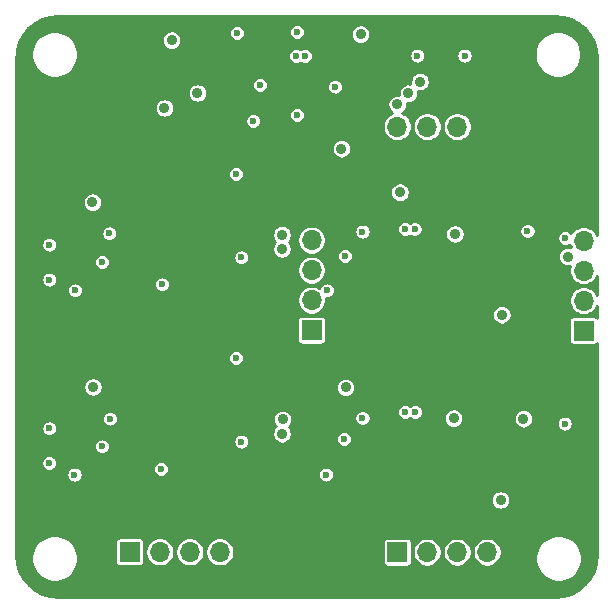
<source format=gbr>
%TF.GenerationSoftware,KiCad,Pcbnew,(5.1.12)-1*%
%TF.CreationDate,2022-03-26T18:35:52+01:00*%
%TF.ProjectId,Duino Coin,4475696e-6f20-4436-9f69-6e2e6b696361,rev?*%
%TF.SameCoordinates,Original*%
%TF.FileFunction,Copper,L2,Inr*%
%TF.FilePolarity,Positive*%
%FSLAX46Y46*%
G04 Gerber Fmt 4.6, Leading zero omitted, Abs format (unit mm)*
G04 Created by KiCad (PCBNEW (5.1.12)-1) date 2022-03-26 18:35:52*
%MOMM*%
%LPD*%
G01*
G04 APERTURE LIST*
%TA.AperFunction,ComponentPad*%
%ADD10O,1.700000X1.700000*%
%TD*%
%TA.AperFunction,ComponentPad*%
%ADD11R,1.700000X1.700000*%
%TD*%
%TA.AperFunction,ViaPad*%
%ADD12C,0.600000*%
%TD*%
%TA.AperFunction,ViaPad*%
%ADD13C,0.900000*%
%TD*%
%TA.AperFunction,Conductor*%
%ADD14C,0.254000*%
%TD*%
%TA.AperFunction,Conductor*%
%ADD15C,0.100000*%
%TD*%
G04 APERTURE END LIST*
D10*
%TO.N,/SS4*%
%TO.C,J2*%
X198450200Y-109423200D03*
%TO.N,/SCK4*%
X198450200Y-111963200D03*
%TO.N,/MISO4*%
X198450200Y-114503200D03*
D11*
%TO.N,/MOSI4*%
X198450200Y-117043200D03*
%TD*%
%TO.N,/MOSI1*%
%TO.C,J6*%
X175417480Y-117012720D03*
D10*
%TO.N,/MISO1*%
X175417480Y-114472720D03*
%TO.N,/SCK1*%
X175417480Y-111932720D03*
%TO.N,/SS1*%
X175417480Y-109392720D03*
%TD*%
%TO.N,/SS2*%
%TO.C,J5*%
X167640000Y-135775700D03*
%TO.N,/SCK2*%
X165100000Y-135775700D03*
%TO.N,/MISO2*%
X162560000Y-135775700D03*
D11*
%TO.N,/MOSI2*%
X160020000Y-135775700D03*
%TD*%
D10*
%TO.N,/SS3*%
%TO.C,J3*%
X190284100Y-135801100D03*
%TO.N,/SCK3*%
X187744100Y-135801100D03*
%TO.N,/MISO3*%
X185204100Y-135801100D03*
D11*
%TO.N,/MOSI3*%
X182664100Y-135801100D03*
%TD*%
%TO.N,+5V*%
%TO.C,J4*%
X190296800Y-99771200D03*
D10*
%TO.N,/D-*%
X187756800Y-99771200D03*
%TO.N,/D+*%
X185216800Y-99771200D03*
%TO.N,GND*%
X182676800Y-99771200D03*
%TD*%
D12*
%TO.N,*%
X188371480Y-93766640D03*
X184370980Y-93766640D03*
D13*
%TO.N,GND*%
X156870400Y-106172000D03*
X172923200Y-110134400D03*
X162966400Y-98196400D03*
X156921200Y-121818400D03*
X172923200Y-125780800D03*
X165760400Y-96926400D03*
X179578000Y-91948000D03*
D12*
X169468800Y-126441200D03*
X176631600Y-129235200D03*
X155346400Y-129235200D03*
X157683200Y-126847600D03*
X158343600Y-124510800D03*
X162661600Y-128778000D03*
D13*
X172974000Y-124561600D03*
X172923200Y-108915200D03*
D12*
X169468800Y-110845600D03*
X155397200Y-113639600D03*
X158292800Y-108813600D03*
X162763200Y-113131600D03*
X157683200Y-111252000D03*
X176733200Y-113639600D03*
X179730400Y-108661200D03*
X178257200Y-110744000D03*
D13*
X187553600Y-108864400D03*
D12*
X193700400Y-108610400D03*
X174193200Y-98806000D03*
X169113200Y-91846400D03*
D13*
X182676800Y-97891600D03*
X183616600Y-96951800D03*
X184607200Y-95961200D03*
D12*
X179730400Y-124460000D03*
X178155600Y-126238000D03*
D13*
X187452000Y-124460000D03*
X177952400Y-101650800D03*
X191427102Y-131394200D03*
X191528700Y-115709700D03*
X197104000Y-110782100D03*
X193357500Y-124510800D03*
X178303000Y-121863028D03*
X182900320Y-105333800D03*
D12*
%TO.N,+5V*%
X161645600Y-119024400D03*
D13*
X182930800Y-119430800D03*
X182930800Y-103835200D03*
X154330400Y-103784400D03*
X156903500Y-108317000D03*
X178303000Y-108317000D03*
X178303000Y-123957000D03*
X156903500Y-123938000D03*
X155905200Y-118770400D03*
X159664400Y-115417600D03*
X158394400Y-132537200D03*
D12*
X160731200Y-102870000D03*
D13*
X193569500Y-115697000D03*
X181254400Y-115316000D03*
D12*
X172339000Y-93802200D03*
D13*
X188193680Y-95945960D03*
X190136780Y-97881440D03*
X189141100Y-96944180D03*
X181254400Y-130962400D03*
X189585600Y-131216400D03*
X193533350Y-131354150D03*
D12*
X163499800Y-110363000D03*
D13*
X164465000Y-129654300D03*
X187528200Y-113880900D03*
D12*
%TO.N,Net-(R25-Pad2)*%
X171069000Y-96266000D03*
%TO.N,Net-(R27-Pad2)*%
X174117000Y-93789500D03*
%TO.N,Net-(R28-Pad2)*%
X174879000Y-93789500D03*
D13*
%TO.N,+3V3*%
X163576000Y-92456000D03*
D12*
%TO.N,Net-(D17-Pad2)*%
X174180500Y-91757500D03*
%TO.N,Net-(C19-Pad1)*%
X177419000Y-96393000D03*
X170484800Y-99314000D03*
%TO.N,/DTR_2*%
X169011600Y-119380000D03*
%TO.N,/DTR_3*%
X196850000Y-124917200D03*
%TO.N,/DTR_1*%
X169011600Y-103784400D03*
%TO.N,/DTR_4*%
X196900800Y-109220000D03*
%TO.N,/RXD_4*%
X184150000Y-108458000D03*
%TO.N,/TXD_4*%
X183337200Y-108458000D03*
%TO.N,/RXD_2*%
X153212800Y-128270000D03*
%TO.N,/TXD_2*%
X153212800Y-125323600D03*
%TO.N,/RXD_3*%
X184200800Y-123952000D03*
%TO.N,/TXD_3*%
X183337200Y-123952000D03*
%TO.N,/RXD_1*%
X153212800Y-112725200D03*
%TO.N,/TXD_1*%
X153212800Y-109778800D03*
%TD*%
D14*
%TO.N,+5V*%
X196697696Y-90476356D02*
X197368824Y-90678982D01*
X197987810Y-91008102D01*
X198531084Y-91451184D01*
X198977946Y-91991347D01*
X199311381Y-92608022D01*
X199518686Y-93277716D01*
X199593976Y-93994053D01*
X199594001Y-94001122D01*
X199594001Y-108967822D01*
X199541098Y-108840103D01*
X199406380Y-108638483D01*
X199234917Y-108467020D01*
X199033297Y-108332302D01*
X198809269Y-108239507D01*
X198571443Y-108192200D01*
X198328957Y-108192200D01*
X198091131Y-108239507D01*
X197867103Y-108332302D01*
X197665483Y-108467020D01*
X197494020Y-108638483D01*
X197409242Y-108765363D01*
X197334912Y-108691033D01*
X197223374Y-108616506D01*
X197099440Y-108565171D01*
X196967873Y-108539000D01*
X196833727Y-108539000D01*
X196702160Y-108565171D01*
X196578226Y-108616506D01*
X196466688Y-108691033D01*
X196371833Y-108785888D01*
X196297306Y-108897426D01*
X196245971Y-109021360D01*
X196219800Y-109152927D01*
X196219800Y-109287073D01*
X196245971Y-109418640D01*
X196297306Y-109542574D01*
X196371833Y-109654112D01*
X196466688Y-109748967D01*
X196578226Y-109823494D01*
X196702160Y-109874829D01*
X196833727Y-109901000D01*
X196967873Y-109901000D01*
X197099440Y-109874829D01*
X197223374Y-109823494D01*
X197270531Y-109791985D01*
X197350344Y-109984671D01*
X197346394Y-109983035D01*
X197185846Y-109951100D01*
X197022154Y-109951100D01*
X196861606Y-109983035D01*
X196710374Y-110045677D01*
X196574268Y-110136620D01*
X196458520Y-110252368D01*
X196367577Y-110388474D01*
X196304935Y-110539706D01*
X196273000Y-110700254D01*
X196273000Y-110863946D01*
X196304935Y-111024494D01*
X196367577Y-111175726D01*
X196458520Y-111311832D01*
X196574268Y-111427580D01*
X196710374Y-111518523D01*
X196861606Y-111581165D01*
X197022154Y-111613100D01*
X197185846Y-111613100D01*
X197269701Y-111596420D01*
X197266507Y-111604131D01*
X197219200Y-111841957D01*
X197219200Y-112084443D01*
X197266507Y-112322269D01*
X197359302Y-112546297D01*
X197494020Y-112747917D01*
X197665483Y-112919380D01*
X197867103Y-113054098D01*
X198091131Y-113146893D01*
X198328957Y-113194200D01*
X198571443Y-113194200D01*
X198809269Y-113146893D01*
X199033297Y-113054098D01*
X199234917Y-112919380D01*
X199406380Y-112747917D01*
X199541098Y-112546297D01*
X199594001Y-112418578D01*
X199594001Y-114047822D01*
X199541098Y-113920103D01*
X199406380Y-113718483D01*
X199234917Y-113547020D01*
X199033297Y-113412302D01*
X198809269Y-113319507D01*
X198571443Y-113272200D01*
X198328957Y-113272200D01*
X198091131Y-113319507D01*
X197867103Y-113412302D01*
X197665483Y-113547020D01*
X197494020Y-113718483D01*
X197359302Y-113920103D01*
X197266507Y-114144131D01*
X197219200Y-114381957D01*
X197219200Y-114624443D01*
X197266507Y-114862269D01*
X197359302Y-115086297D01*
X197494020Y-115287917D01*
X197665483Y-115459380D01*
X197867103Y-115594098D01*
X198091131Y-115686893D01*
X198328957Y-115734200D01*
X198571443Y-115734200D01*
X198809269Y-115686893D01*
X199033297Y-115594098D01*
X199234917Y-115459380D01*
X199406380Y-115287917D01*
X199541098Y-115086297D01*
X199594001Y-114958578D01*
X199594000Y-115950624D01*
X199570911Y-115922489D01*
X199512896Y-115874878D01*
X199446708Y-115839499D01*
X199374889Y-115817713D01*
X199300200Y-115810357D01*
X197600200Y-115810357D01*
X197525511Y-115817713D01*
X197453692Y-115839499D01*
X197387504Y-115874878D01*
X197329489Y-115922489D01*
X197281878Y-115980504D01*
X197246499Y-116046692D01*
X197224713Y-116118511D01*
X197217357Y-116193200D01*
X197217357Y-117893200D01*
X197224713Y-117967889D01*
X197246499Y-118039708D01*
X197281878Y-118105896D01*
X197329489Y-118163911D01*
X197387504Y-118211522D01*
X197453692Y-118246901D01*
X197525511Y-118268687D01*
X197600200Y-118276043D01*
X199300200Y-118276043D01*
X199374889Y-118268687D01*
X199446708Y-118246901D01*
X199512896Y-118211522D01*
X199570911Y-118163911D01*
X199594000Y-118135776D01*
X199594000Y-135980146D01*
X199523644Y-136697696D01*
X199321017Y-137368828D01*
X198991896Y-137987814D01*
X198548815Y-138531084D01*
X198008652Y-138977946D01*
X197391977Y-139311381D01*
X196722284Y-139518686D01*
X196005947Y-139593976D01*
X195999166Y-139594000D01*
X154019854Y-139594000D01*
X153302304Y-139523644D01*
X152631172Y-139321017D01*
X152012186Y-138991896D01*
X151468916Y-138548815D01*
X151022054Y-138008652D01*
X150688619Y-137391977D01*
X150481314Y-136722284D01*
X150420050Y-136139389D01*
X151689000Y-136139389D01*
X151689000Y-136529611D01*
X151765129Y-136912336D01*
X151914461Y-137272855D01*
X152131257Y-137597314D01*
X152407186Y-137873243D01*
X152731645Y-138090039D01*
X153092164Y-138239371D01*
X153474889Y-138315500D01*
X153865111Y-138315500D01*
X154247836Y-138239371D01*
X154608355Y-138090039D01*
X154932814Y-137873243D01*
X155208743Y-137597314D01*
X155425539Y-137272855D01*
X155574871Y-136912336D01*
X155651000Y-136529611D01*
X155651000Y-136139389D01*
X155574871Y-135756664D01*
X155425539Y-135396145D01*
X155208743Y-135071686D01*
X155062757Y-134925700D01*
X158787157Y-134925700D01*
X158787157Y-136625700D01*
X158794513Y-136700389D01*
X158816299Y-136772208D01*
X158851678Y-136838396D01*
X158899289Y-136896411D01*
X158957304Y-136944022D01*
X159023492Y-136979401D01*
X159095311Y-137001187D01*
X159170000Y-137008543D01*
X160870000Y-137008543D01*
X160944689Y-137001187D01*
X161016508Y-136979401D01*
X161082696Y-136944022D01*
X161140711Y-136896411D01*
X161188322Y-136838396D01*
X161223701Y-136772208D01*
X161245487Y-136700389D01*
X161252843Y-136625700D01*
X161252843Y-135654457D01*
X161329000Y-135654457D01*
X161329000Y-135896943D01*
X161376307Y-136134769D01*
X161469102Y-136358797D01*
X161603820Y-136560417D01*
X161775283Y-136731880D01*
X161976903Y-136866598D01*
X162200931Y-136959393D01*
X162438757Y-137006700D01*
X162681243Y-137006700D01*
X162919069Y-136959393D01*
X163143097Y-136866598D01*
X163344717Y-136731880D01*
X163516180Y-136560417D01*
X163650898Y-136358797D01*
X163743693Y-136134769D01*
X163791000Y-135896943D01*
X163791000Y-135654457D01*
X163869000Y-135654457D01*
X163869000Y-135896943D01*
X163916307Y-136134769D01*
X164009102Y-136358797D01*
X164143820Y-136560417D01*
X164315283Y-136731880D01*
X164516903Y-136866598D01*
X164740931Y-136959393D01*
X164978757Y-137006700D01*
X165221243Y-137006700D01*
X165459069Y-136959393D01*
X165683097Y-136866598D01*
X165884717Y-136731880D01*
X166056180Y-136560417D01*
X166190898Y-136358797D01*
X166283693Y-136134769D01*
X166331000Y-135896943D01*
X166331000Y-135654457D01*
X166409000Y-135654457D01*
X166409000Y-135896943D01*
X166456307Y-136134769D01*
X166549102Y-136358797D01*
X166683820Y-136560417D01*
X166855283Y-136731880D01*
X167056903Y-136866598D01*
X167280931Y-136959393D01*
X167518757Y-137006700D01*
X167761243Y-137006700D01*
X167999069Y-136959393D01*
X168223097Y-136866598D01*
X168424717Y-136731880D01*
X168596180Y-136560417D01*
X168730898Y-136358797D01*
X168823693Y-136134769D01*
X168871000Y-135896943D01*
X168871000Y-135654457D01*
X168823693Y-135416631D01*
X168730898Y-135192603D01*
X168596180Y-134990983D01*
X168556297Y-134951100D01*
X181431257Y-134951100D01*
X181431257Y-136651100D01*
X181438613Y-136725789D01*
X181460399Y-136797608D01*
X181495778Y-136863796D01*
X181543389Y-136921811D01*
X181601404Y-136969422D01*
X181667592Y-137004801D01*
X181739411Y-137026587D01*
X181814100Y-137033943D01*
X183514100Y-137033943D01*
X183588789Y-137026587D01*
X183660608Y-137004801D01*
X183726796Y-136969422D01*
X183784811Y-136921811D01*
X183832422Y-136863796D01*
X183867801Y-136797608D01*
X183889587Y-136725789D01*
X183896943Y-136651100D01*
X183896943Y-135679857D01*
X183973100Y-135679857D01*
X183973100Y-135922343D01*
X184020407Y-136160169D01*
X184113202Y-136384197D01*
X184247920Y-136585817D01*
X184419383Y-136757280D01*
X184621003Y-136891998D01*
X184845031Y-136984793D01*
X185082857Y-137032100D01*
X185325343Y-137032100D01*
X185563169Y-136984793D01*
X185787197Y-136891998D01*
X185988817Y-136757280D01*
X186160280Y-136585817D01*
X186294998Y-136384197D01*
X186387793Y-136160169D01*
X186435100Y-135922343D01*
X186435100Y-135679857D01*
X186513100Y-135679857D01*
X186513100Y-135922343D01*
X186560407Y-136160169D01*
X186653202Y-136384197D01*
X186787920Y-136585817D01*
X186959383Y-136757280D01*
X187161003Y-136891998D01*
X187385031Y-136984793D01*
X187622857Y-137032100D01*
X187865343Y-137032100D01*
X188103169Y-136984793D01*
X188327197Y-136891998D01*
X188528817Y-136757280D01*
X188700280Y-136585817D01*
X188834998Y-136384197D01*
X188927793Y-136160169D01*
X188975100Y-135922343D01*
X188975100Y-135679857D01*
X189053100Y-135679857D01*
X189053100Y-135922343D01*
X189100407Y-136160169D01*
X189193202Y-136384197D01*
X189327920Y-136585817D01*
X189499383Y-136757280D01*
X189701003Y-136891998D01*
X189925031Y-136984793D01*
X190162857Y-137032100D01*
X190405343Y-137032100D01*
X190643169Y-136984793D01*
X190867197Y-136891998D01*
X191068817Y-136757280D01*
X191240280Y-136585817D01*
X191374998Y-136384197D01*
X191467793Y-136160169D01*
X191471926Y-136139389D01*
X194361000Y-136139389D01*
X194361000Y-136529611D01*
X194437129Y-136912336D01*
X194586461Y-137272855D01*
X194803257Y-137597314D01*
X195079186Y-137873243D01*
X195403645Y-138090039D01*
X195764164Y-138239371D01*
X196146889Y-138315500D01*
X196537111Y-138315500D01*
X196919836Y-138239371D01*
X197280355Y-138090039D01*
X197604814Y-137873243D01*
X197880743Y-137597314D01*
X198097539Y-137272855D01*
X198246871Y-136912336D01*
X198323000Y-136529611D01*
X198323000Y-136139389D01*
X198246871Y-135756664D01*
X198097539Y-135396145D01*
X197880743Y-135071686D01*
X197604814Y-134795757D01*
X197280355Y-134578961D01*
X196919836Y-134429629D01*
X196537111Y-134353500D01*
X196146889Y-134353500D01*
X195764164Y-134429629D01*
X195403645Y-134578961D01*
X195079186Y-134795757D01*
X194803257Y-135071686D01*
X194586461Y-135396145D01*
X194437129Y-135756664D01*
X194361000Y-136139389D01*
X191471926Y-136139389D01*
X191515100Y-135922343D01*
X191515100Y-135679857D01*
X191467793Y-135442031D01*
X191374998Y-135218003D01*
X191240280Y-135016383D01*
X191068817Y-134844920D01*
X190867197Y-134710202D01*
X190643169Y-134617407D01*
X190405343Y-134570100D01*
X190162857Y-134570100D01*
X189925031Y-134617407D01*
X189701003Y-134710202D01*
X189499383Y-134844920D01*
X189327920Y-135016383D01*
X189193202Y-135218003D01*
X189100407Y-135442031D01*
X189053100Y-135679857D01*
X188975100Y-135679857D01*
X188927793Y-135442031D01*
X188834998Y-135218003D01*
X188700280Y-135016383D01*
X188528817Y-134844920D01*
X188327197Y-134710202D01*
X188103169Y-134617407D01*
X187865343Y-134570100D01*
X187622857Y-134570100D01*
X187385031Y-134617407D01*
X187161003Y-134710202D01*
X186959383Y-134844920D01*
X186787920Y-135016383D01*
X186653202Y-135218003D01*
X186560407Y-135442031D01*
X186513100Y-135679857D01*
X186435100Y-135679857D01*
X186387793Y-135442031D01*
X186294998Y-135218003D01*
X186160280Y-135016383D01*
X185988817Y-134844920D01*
X185787197Y-134710202D01*
X185563169Y-134617407D01*
X185325343Y-134570100D01*
X185082857Y-134570100D01*
X184845031Y-134617407D01*
X184621003Y-134710202D01*
X184419383Y-134844920D01*
X184247920Y-135016383D01*
X184113202Y-135218003D01*
X184020407Y-135442031D01*
X183973100Y-135679857D01*
X183896943Y-135679857D01*
X183896943Y-134951100D01*
X183889587Y-134876411D01*
X183867801Y-134804592D01*
X183832422Y-134738404D01*
X183784811Y-134680389D01*
X183726796Y-134632778D01*
X183660608Y-134597399D01*
X183588789Y-134575613D01*
X183514100Y-134568257D01*
X181814100Y-134568257D01*
X181739411Y-134575613D01*
X181667592Y-134597399D01*
X181601404Y-134632778D01*
X181543389Y-134680389D01*
X181495778Y-134738404D01*
X181460399Y-134804592D01*
X181438613Y-134876411D01*
X181431257Y-134951100D01*
X168556297Y-134951100D01*
X168424717Y-134819520D01*
X168223097Y-134684802D01*
X167999069Y-134592007D01*
X167761243Y-134544700D01*
X167518757Y-134544700D01*
X167280931Y-134592007D01*
X167056903Y-134684802D01*
X166855283Y-134819520D01*
X166683820Y-134990983D01*
X166549102Y-135192603D01*
X166456307Y-135416631D01*
X166409000Y-135654457D01*
X166331000Y-135654457D01*
X166283693Y-135416631D01*
X166190898Y-135192603D01*
X166056180Y-134990983D01*
X165884717Y-134819520D01*
X165683097Y-134684802D01*
X165459069Y-134592007D01*
X165221243Y-134544700D01*
X164978757Y-134544700D01*
X164740931Y-134592007D01*
X164516903Y-134684802D01*
X164315283Y-134819520D01*
X164143820Y-134990983D01*
X164009102Y-135192603D01*
X163916307Y-135416631D01*
X163869000Y-135654457D01*
X163791000Y-135654457D01*
X163743693Y-135416631D01*
X163650898Y-135192603D01*
X163516180Y-134990983D01*
X163344717Y-134819520D01*
X163143097Y-134684802D01*
X162919069Y-134592007D01*
X162681243Y-134544700D01*
X162438757Y-134544700D01*
X162200931Y-134592007D01*
X161976903Y-134684802D01*
X161775283Y-134819520D01*
X161603820Y-134990983D01*
X161469102Y-135192603D01*
X161376307Y-135416631D01*
X161329000Y-135654457D01*
X161252843Y-135654457D01*
X161252843Y-134925700D01*
X161245487Y-134851011D01*
X161223701Y-134779192D01*
X161188322Y-134713004D01*
X161140711Y-134654989D01*
X161082696Y-134607378D01*
X161016508Y-134571999D01*
X160944689Y-134550213D01*
X160870000Y-134542857D01*
X159170000Y-134542857D01*
X159095311Y-134550213D01*
X159023492Y-134571999D01*
X158957304Y-134607378D01*
X158899289Y-134654989D01*
X158851678Y-134713004D01*
X158816299Y-134779192D01*
X158794513Y-134851011D01*
X158787157Y-134925700D01*
X155062757Y-134925700D01*
X154932814Y-134795757D01*
X154608355Y-134578961D01*
X154247836Y-134429629D01*
X153865111Y-134353500D01*
X153474889Y-134353500D01*
X153092164Y-134429629D01*
X152731645Y-134578961D01*
X152407186Y-134795757D01*
X152131257Y-135071686D01*
X151914461Y-135396145D01*
X151765129Y-135756664D01*
X151689000Y-136139389D01*
X150420050Y-136139389D01*
X150406024Y-136005947D01*
X150406000Y-135999166D01*
X150406000Y-131312354D01*
X190596102Y-131312354D01*
X190596102Y-131476046D01*
X190628037Y-131636594D01*
X190690679Y-131787826D01*
X190781622Y-131923932D01*
X190897370Y-132039680D01*
X191033476Y-132130623D01*
X191184708Y-132193265D01*
X191345256Y-132225200D01*
X191508948Y-132225200D01*
X191669496Y-132193265D01*
X191820728Y-132130623D01*
X191956834Y-132039680D01*
X192072582Y-131923932D01*
X192163525Y-131787826D01*
X192226167Y-131636594D01*
X192258102Y-131476046D01*
X192258102Y-131312354D01*
X192226167Y-131151806D01*
X192163525Y-131000574D01*
X192072582Y-130864468D01*
X191956834Y-130748720D01*
X191820728Y-130657777D01*
X191669496Y-130595135D01*
X191508948Y-130563200D01*
X191345256Y-130563200D01*
X191184708Y-130595135D01*
X191033476Y-130657777D01*
X190897370Y-130748720D01*
X190781622Y-130864468D01*
X190690679Y-131000574D01*
X190628037Y-131151806D01*
X190596102Y-131312354D01*
X150406000Y-131312354D01*
X150406000Y-129168127D01*
X154665400Y-129168127D01*
X154665400Y-129302273D01*
X154691571Y-129433840D01*
X154742906Y-129557774D01*
X154817433Y-129669312D01*
X154912288Y-129764167D01*
X155023826Y-129838694D01*
X155147760Y-129890029D01*
X155279327Y-129916200D01*
X155413473Y-129916200D01*
X155545040Y-129890029D01*
X155668974Y-129838694D01*
X155780512Y-129764167D01*
X155875367Y-129669312D01*
X155949894Y-129557774D01*
X156001229Y-129433840D01*
X156027400Y-129302273D01*
X156027400Y-129168127D01*
X156001229Y-129036560D01*
X155949894Y-128912626D01*
X155875367Y-128801088D01*
X155785206Y-128710927D01*
X161980600Y-128710927D01*
X161980600Y-128845073D01*
X162006771Y-128976640D01*
X162058106Y-129100574D01*
X162132633Y-129212112D01*
X162227488Y-129306967D01*
X162339026Y-129381494D01*
X162462960Y-129432829D01*
X162594527Y-129459000D01*
X162728673Y-129459000D01*
X162860240Y-129432829D01*
X162984174Y-129381494D01*
X163095712Y-129306967D01*
X163190567Y-129212112D01*
X163219956Y-129168127D01*
X175950600Y-129168127D01*
X175950600Y-129302273D01*
X175976771Y-129433840D01*
X176028106Y-129557774D01*
X176102633Y-129669312D01*
X176197488Y-129764167D01*
X176309026Y-129838694D01*
X176432960Y-129890029D01*
X176564527Y-129916200D01*
X176698673Y-129916200D01*
X176830240Y-129890029D01*
X176954174Y-129838694D01*
X177065712Y-129764167D01*
X177160567Y-129669312D01*
X177235094Y-129557774D01*
X177286429Y-129433840D01*
X177312600Y-129302273D01*
X177312600Y-129168127D01*
X177286429Y-129036560D01*
X177235094Y-128912626D01*
X177160567Y-128801088D01*
X177065712Y-128706233D01*
X176954174Y-128631706D01*
X176830240Y-128580371D01*
X176698673Y-128554200D01*
X176564527Y-128554200D01*
X176432960Y-128580371D01*
X176309026Y-128631706D01*
X176197488Y-128706233D01*
X176102633Y-128801088D01*
X176028106Y-128912626D01*
X175976771Y-129036560D01*
X175950600Y-129168127D01*
X163219956Y-129168127D01*
X163265094Y-129100574D01*
X163316429Y-128976640D01*
X163342600Y-128845073D01*
X163342600Y-128710927D01*
X163316429Y-128579360D01*
X163265094Y-128455426D01*
X163190567Y-128343888D01*
X163095712Y-128249033D01*
X162984174Y-128174506D01*
X162860240Y-128123171D01*
X162728673Y-128097000D01*
X162594527Y-128097000D01*
X162462960Y-128123171D01*
X162339026Y-128174506D01*
X162227488Y-128249033D01*
X162132633Y-128343888D01*
X162058106Y-128455426D01*
X162006771Y-128579360D01*
X161980600Y-128710927D01*
X155785206Y-128710927D01*
X155780512Y-128706233D01*
X155668974Y-128631706D01*
X155545040Y-128580371D01*
X155413473Y-128554200D01*
X155279327Y-128554200D01*
X155147760Y-128580371D01*
X155023826Y-128631706D01*
X154912288Y-128706233D01*
X154817433Y-128801088D01*
X154742906Y-128912626D01*
X154691571Y-129036560D01*
X154665400Y-129168127D01*
X150406000Y-129168127D01*
X150406000Y-128202927D01*
X152531800Y-128202927D01*
X152531800Y-128337073D01*
X152557971Y-128468640D01*
X152609306Y-128592574D01*
X152683833Y-128704112D01*
X152778688Y-128798967D01*
X152890226Y-128873494D01*
X153014160Y-128924829D01*
X153145727Y-128951000D01*
X153279873Y-128951000D01*
X153411440Y-128924829D01*
X153535374Y-128873494D01*
X153646912Y-128798967D01*
X153741767Y-128704112D01*
X153816294Y-128592574D01*
X153867629Y-128468640D01*
X153893800Y-128337073D01*
X153893800Y-128202927D01*
X153867629Y-128071360D01*
X153816294Y-127947426D01*
X153741767Y-127835888D01*
X153646912Y-127741033D01*
X153535374Y-127666506D01*
X153411440Y-127615171D01*
X153279873Y-127589000D01*
X153145727Y-127589000D01*
X153014160Y-127615171D01*
X152890226Y-127666506D01*
X152778688Y-127741033D01*
X152683833Y-127835888D01*
X152609306Y-127947426D01*
X152557971Y-128071360D01*
X152531800Y-128202927D01*
X150406000Y-128202927D01*
X150406000Y-126780527D01*
X157002200Y-126780527D01*
X157002200Y-126914673D01*
X157028371Y-127046240D01*
X157079706Y-127170174D01*
X157154233Y-127281712D01*
X157249088Y-127376567D01*
X157360626Y-127451094D01*
X157484560Y-127502429D01*
X157616127Y-127528600D01*
X157750273Y-127528600D01*
X157881840Y-127502429D01*
X158005774Y-127451094D01*
X158117312Y-127376567D01*
X158212167Y-127281712D01*
X158286694Y-127170174D01*
X158338029Y-127046240D01*
X158364200Y-126914673D01*
X158364200Y-126780527D01*
X158338029Y-126648960D01*
X158286694Y-126525026D01*
X158212167Y-126413488D01*
X158172806Y-126374127D01*
X168787800Y-126374127D01*
X168787800Y-126508273D01*
X168813971Y-126639840D01*
X168865306Y-126763774D01*
X168939833Y-126875312D01*
X169034688Y-126970167D01*
X169146226Y-127044694D01*
X169270160Y-127096029D01*
X169401727Y-127122200D01*
X169535873Y-127122200D01*
X169667440Y-127096029D01*
X169791374Y-127044694D01*
X169902912Y-126970167D01*
X169997767Y-126875312D01*
X170072294Y-126763774D01*
X170123629Y-126639840D01*
X170149800Y-126508273D01*
X170149800Y-126374127D01*
X170123629Y-126242560D01*
X170072294Y-126118626D01*
X169997767Y-126007088D01*
X169902912Y-125912233D01*
X169791374Y-125837706D01*
X169667440Y-125786371D01*
X169535873Y-125760200D01*
X169401727Y-125760200D01*
X169270160Y-125786371D01*
X169146226Y-125837706D01*
X169034688Y-125912233D01*
X168939833Y-126007088D01*
X168865306Y-126118626D01*
X168813971Y-126242560D01*
X168787800Y-126374127D01*
X158172806Y-126374127D01*
X158117312Y-126318633D01*
X158005774Y-126244106D01*
X157881840Y-126192771D01*
X157750273Y-126166600D01*
X157616127Y-126166600D01*
X157484560Y-126192771D01*
X157360626Y-126244106D01*
X157249088Y-126318633D01*
X157154233Y-126413488D01*
X157079706Y-126525026D01*
X157028371Y-126648960D01*
X157002200Y-126780527D01*
X150406000Y-126780527D01*
X150406000Y-125256527D01*
X152531800Y-125256527D01*
X152531800Y-125390673D01*
X152557971Y-125522240D01*
X152609306Y-125646174D01*
X152683833Y-125757712D01*
X152778688Y-125852567D01*
X152890226Y-125927094D01*
X153014160Y-125978429D01*
X153145727Y-126004600D01*
X153279873Y-126004600D01*
X153411440Y-125978429D01*
X153535374Y-125927094D01*
X153646912Y-125852567D01*
X153741767Y-125757712D01*
X153781027Y-125698954D01*
X172092200Y-125698954D01*
X172092200Y-125862646D01*
X172124135Y-126023194D01*
X172186777Y-126174426D01*
X172277720Y-126310532D01*
X172393468Y-126426280D01*
X172529574Y-126517223D01*
X172680806Y-126579865D01*
X172841354Y-126611800D01*
X173005046Y-126611800D01*
X173165594Y-126579865D01*
X173316826Y-126517223D01*
X173452932Y-126426280D01*
X173568680Y-126310532D01*
X173659623Y-126174426D01*
X173661072Y-126170927D01*
X177474600Y-126170927D01*
X177474600Y-126305073D01*
X177500771Y-126436640D01*
X177552106Y-126560574D01*
X177626633Y-126672112D01*
X177721488Y-126766967D01*
X177833026Y-126841494D01*
X177956960Y-126892829D01*
X178088527Y-126919000D01*
X178222673Y-126919000D01*
X178354240Y-126892829D01*
X178478174Y-126841494D01*
X178589712Y-126766967D01*
X178684567Y-126672112D01*
X178759094Y-126560574D01*
X178810429Y-126436640D01*
X178836600Y-126305073D01*
X178836600Y-126170927D01*
X178810429Y-126039360D01*
X178759094Y-125915426D01*
X178684567Y-125803888D01*
X178589712Y-125709033D01*
X178478174Y-125634506D01*
X178354240Y-125583171D01*
X178222673Y-125557000D01*
X178088527Y-125557000D01*
X177956960Y-125583171D01*
X177833026Y-125634506D01*
X177721488Y-125709033D01*
X177626633Y-125803888D01*
X177552106Y-125915426D01*
X177500771Y-126039360D01*
X177474600Y-126170927D01*
X173661072Y-126170927D01*
X173722265Y-126023194D01*
X173754200Y-125862646D01*
X173754200Y-125698954D01*
X173722265Y-125538406D01*
X173659623Y-125387174D01*
X173568680Y-125251068D01*
X173514212Y-125196600D01*
X173619480Y-125091332D01*
X173710423Y-124955226D01*
X173773065Y-124803994D01*
X173805000Y-124643446D01*
X173805000Y-124479754D01*
X173787730Y-124392927D01*
X179049400Y-124392927D01*
X179049400Y-124527073D01*
X179075571Y-124658640D01*
X179126906Y-124782574D01*
X179201433Y-124894112D01*
X179296288Y-124988967D01*
X179407826Y-125063494D01*
X179531760Y-125114829D01*
X179663327Y-125141000D01*
X179797473Y-125141000D01*
X179929040Y-125114829D01*
X180052974Y-125063494D01*
X180164512Y-124988967D01*
X180259367Y-124894112D01*
X180333894Y-124782574D01*
X180385229Y-124658640D01*
X180411400Y-124527073D01*
X180411400Y-124392927D01*
X180385229Y-124261360D01*
X180333894Y-124137426D01*
X180259367Y-124025888D01*
X180164512Y-123931033D01*
X180095510Y-123884927D01*
X182656200Y-123884927D01*
X182656200Y-124019073D01*
X182682371Y-124150640D01*
X182733706Y-124274574D01*
X182808233Y-124386112D01*
X182903088Y-124480967D01*
X183014626Y-124555494D01*
X183138560Y-124606829D01*
X183270127Y-124633000D01*
X183404273Y-124633000D01*
X183535840Y-124606829D01*
X183659774Y-124555494D01*
X183769000Y-124482512D01*
X183878226Y-124555494D01*
X184002160Y-124606829D01*
X184133727Y-124633000D01*
X184267873Y-124633000D01*
X184399440Y-124606829D01*
X184523374Y-124555494D01*
X184634912Y-124480967D01*
X184729767Y-124386112D01*
X184735084Y-124378154D01*
X186621000Y-124378154D01*
X186621000Y-124541846D01*
X186652935Y-124702394D01*
X186715577Y-124853626D01*
X186806520Y-124989732D01*
X186922268Y-125105480D01*
X187058374Y-125196423D01*
X187209606Y-125259065D01*
X187370154Y-125291000D01*
X187533846Y-125291000D01*
X187694394Y-125259065D01*
X187845626Y-125196423D01*
X187981732Y-125105480D01*
X188097480Y-124989732D01*
X188188423Y-124853626D01*
X188251065Y-124702394D01*
X188283000Y-124541846D01*
X188283000Y-124428954D01*
X192526500Y-124428954D01*
X192526500Y-124592646D01*
X192558435Y-124753194D01*
X192621077Y-124904426D01*
X192712020Y-125040532D01*
X192827768Y-125156280D01*
X192963874Y-125247223D01*
X193115106Y-125309865D01*
X193275654Y-125341800D01*
X193439346Y-125341800D01*
X193599894Y-125309865D01*
X193751126Y-125247223D01*
X193887232Y-125156280D01*
X194002980Y-125040532D01*
X194093923Y-124904426D01*
X194116414Y-124850127D01*
X196169000Y-124850127D01*
X196169000Y-124984273D01*
X196195171Y-125115840D01*
X196246506Y-125239774D01*
X196321033Y-125351312D01*
X196415888Y-125446167D01*
X196527426Y-125520694D01*
X196651360Y-125572029D01*
X196782927Y-125598200D01*
X196917073Y-125598200D01*
X197048640Y-125572029D01*
X197172574Y-125520694D01*
X197284112Y-125446167D01*
X197378967Y-125351312D01*
X197453494Y-125239774D01*
X197504829Y-125115840D01*
X197531000Y-124984273D01*
X197531000Y-124850127D01*
X197504829Y-124718560D01*
X197453494Y-124594626D01*
X197378967Y-124483088D01*
X197284112Y-124388233D01*
X197172574Y-124313706D01*
X197048640Y-124262371D01*
X196917073Y-124236200D01*
X196782927Y-124236200D01*
X196651360Y-124262371D01*
X196527426Y-124313706D01*
X196415888Y-124388233D01*
X196321033Y-124483088D01*
X196246506Y-124594626D01*
X196195171Y-124718560D01*
X196169000Y-124850127D01*
X194116414Y-124850127D01*
X194156565Y-124753194D01*
X194188500Y-124592646D01*
X194188500Y-124428954D01*
X194156565Y-124268406D01*
X194093923Y-124117174D01*
X194002980Y-123981068D01*
X193887232Y-123865320D01*
X193751126Y-123774377D01*
X193599894Y-123711735D01*
X193439346Y-123679800D01*
X193275654Y-123679800D01*
X193115106Y-123711735D01*
X192963874Y-123774377D01*
X192827768Y-123865320D01*
X192712020Y-123981068D01*
X192621077Y-124117174D01*
X192558435Y-124268406D01*
X192526500Y-124428954D01*
X188283000Y-124428954D01*
X188283000Y-124378154D01*
X188251065Y-124217606D01*
X188188423Y-124066374D01*
X188097480Y-123930268D01*
X187981732Y-123814520D01*
X187845626Y-123723577D01*
X187694394Y-123660935D01*
X187533846Y-123629000D01*
X187370154Y-123629000D01*
X187209606Y-123660935D01*
X187058374Y-123723577D01*
X186922268Y-123814520D01*
X186806520Y-123930268D01*
X186715577Y-124066374D01*
X186652935Y-124217606D01*
X186621000Y-124378154D01*
X184735084Y-124378154D01*
X184804294Y-124274574D01*
X184855629Y-124150640D01*
X184881800Y-124019073D01*
X184881800Y-123884927D01*
X184855629Y-123753360D01*
X184804294Y-123629426D01*
X184729767Y-123517888D01*
X184634912Y-123423033D01*
X184523374Y-123348506D01*
X184399440Y-123297171D01*
X184267873Y-123271000D01*
X184133727Y-123271000D01*
X184002160Y-123297171D01*
X183878226Y-123348506D01*
X183769000Y-123421488D01*
X183659774Y-123348506D01*
X183535840Y-123297171D01*
X183404273Y-123271000D01*
X183270127Y-123271000D01*
X183138560Y-123297171D01*
X183014626Y-123348506D01*
X182903088Y-123423033D01*
X182808233Y-123517888D01*
X182733706Y-123629426D01*
X182682371Y-123753360D01*
X182656200Y-123884927D01*
X180095510Y-123884927D01*
X180052974Y-123856506D01*
X179929040Y-123805171D01*
X179797473Y-123779000D01*
X179663327Y-123779000D01*
X179531760Y-123805171D01*
X179407826Y-123856506D01*
X179296288Y-123931033D01*
X179201433Y-124025888D01*
X179126906Y-124137426D01*
X179075571Y-124261360D01*
X179049400Y-124392927D01*
X173787730Y-124392927D01*
X173773065Y-124319206D01*
X173710423Y-124167974D01*
X173619480Y-124031868D01*
X173503732Y-123916120D01*
X173367626Y-123825177D01*
X173216394Y-123762535D01*
X173055846Y-123730600D01*
X172892154Y-123730600D01*
X172731606Y-123762535D01*
X172580374Y-123825177D01*
X172444268Y-123916120D01*
X172328520Y-124031868D01*
X172237577Y-124167974D01*
X172174935Y-124319206D01*
X172143000Y-124479754D01*
X172143000Y-124643446D01*
X172174935Y-124803994D01*
X172237577Y-124955226D01*
X172328520Y-125091332D01*
X172382988Y-125145800D01*
X172277720Y-125251068D01*
X172186777Y-125387174D01*
X172124135Y-125538406D01*
X172092200Y-125698954D01*
X153781027Y-125698954D01*
X153816294Y-125646174D01*
X153867629Y-125522240D01*
X153893800Y-125390673D01*
X153893800Y-125256527D01*
X153867629Y-125124960D01*
X153816294Y-125001026D01*
X153741767Y-124889488D01*
X153646912Y-124794633D01*
X153535374Y-124720106D01*
X153411440Y-124668771D01*
X153279873Y-124642600D01*
X153145727Y-124642600D01*
X153014160Y-124668771D01*
X152890226Y-124720106D01*
X152778688Y-124794633D01*
X152683833Y-124889488D01*
X152609306Y-125001026D01*
X152557971Y-125124960D01*
X152531800Y-125256527D01*
X150406000Y-125256527D01*
X150406000Y-124443727D01*
X157662600Y-124443727D01*
X157662600Y-124577873D01*
X157688771Y-124709440D01*
X157740106Y-124833374D01*
X157814633Y-124944912D01*
X157909488Y-125039767D01*
X158021026Y-125114294D01*
X158144960Y-125165629D01*
X158276527Y-125191800D01*
X158410673Y-125191800D01*
X158542240Y-125165629D01*
X158666174Y-125114294D01*
X158777712Y-125039767D01*
X158872567Y-124944912D01*
X158947094Y-124833374D01*
X158998429Y-124709440D01*
X159024600Y-124577873D01*
X159024600Y-124443727D01*
X158998429Y-124312160D01*
X158947094Y-124188226D01*
X158872567Y-124076688D01*
X158777712Y-123981833D01*
X158666174Y-123907306D01*
X158542240Y-123855971D01*
X158410673Y-123829800D01*
X158276527Y-123829800D01*
X158144960Y-123855971D01*
X158021026Y-123907306D01*
X157909488Y-123981833D01*
X157814633Y-124076688D01*
X157740106Y-124188226D01*
X157688771Y-124312160D01*
X157662600Y-124443727D01*
X150406000Y-124443727D01*
X150406000Y-121736554D01*
X156090200Y-121736554D01*
X156090200Y-121900246D01*
X156122135Y-122060794D01*
X156184777Y-122212026D01*
X156275720Y-122348132D01*
X156391468Y-122463880D01*
X156527574Y-122554823D01*
X156678806Y-122617465D01*
X156839354Y-122649400D01*
X157003046Y-122649400D01*
X157163594Y-122617465D01*
X157314826Y-122554823D01*
X157450932Y-122463880D01*
X157566680Y-122348132D01*
X157657623Y-122212026D01*
X157720265Y-122060794D01*
X157752200Y-121900246D01*
X157752200Y-121781182D01*
X177472000Y-121781182D01*
X177472000Y-121944874D01*
X177503935Y-122105422D01*
X177566577Y-122256654D01*
X177657520Y-122392760D01*
X177773268Y-122508508D01*
X177909374Y-122599451D01*
X178060606Y-122662093D01*
X178221154Y-122694028D01*
X178384846Y-122694028D01*
X178545394Y-122662093D01*
X178696626Y-122599451D01*
X178832732Y-122508508D01*
X178948480Y-122392760D01*
X179039423Y-122256654D01*
X179102065Y-122105422D01*
X179134000Y-121944874D01*
X179134000Y-121781182D01*
X179102065Y-121620634D01*
X179039423Y-121469402D01*
X178948480Y-121333296D01*
X178832732Y-121217548D01*
X178696626Y-121126605D01*
X178545394Y-121063963D01*
X178384846Y-121032028D01*
X178221154Y-121032028D01*
X178060606Y-121063963D01*
X177909374Y-121126605D01*
X177773268Y-121217548D01*
X177657520Y-121333296D01*
X177566577Y-121469402D01*
X177503935Y-121620634D01*
X177472000Y-121781182D01*
X157752200Y-121781182D01*
X157752200Y-121736554D01*
X157720265Y-121576006D01*
X157657623Y-121424774D01*
X157566680Y-121288668D01*
X157450932Y-121172920D01*
X157314826Y-121081977D01*
X157163594Y-121019335D01*
X157003046Y-120987400D01*
X156839354Y-120987400D01*
X156678806Y-121019335D01*
X156527574Y-121081977D01*
X156391468Y-121172920D01*
X156275720Y-121288668D01*
X156184777Y-121424774D01*
X156122135Y-121576006D01*
X156090200Y-121736554D01*
X150406000Y-121736554D01*
X150406000Y-119312927D01*
X168330600Y-119312927D01*
X168330600Y-119447073D01*
X168356771Y-119578640D01*
X168408106Y-119702574D01*
X168482633Y-119814112D01*
X168577488Y-119908967D01*
X168689026Y-119983494D01*
X168812960Y-120034829D01*
X168944527Y-120061000D01*
X169078673Y-120061000D01*
X169210240Y-120034829D01*
X169334174Y-119983494D01*
X169445712Y-119908967D01*
X169540567Y-119814112D01*
X169615094Y-119702574D01*
X169666429Y-119578640D01*
X169692600Y-119447073D01*
X169692600Y-119312927D01*
X169666429Y-119181360D01*
X169615094Y-119057426D01*
X169540567Y-118945888D01*
X169445712Y-118851033D01*
X169334174Y-118776506D01*
X169210240Y-118725171D01*
X169078673Y-118699000D01*
X168944527Y-118699000D01*
X168812960Y-118725171D01*
X168689026Y-118776506D01*
X168577488Y-118851033D01*
X168482633Y-118945888D01*
X168408106Y-119057426D01*
X168356771Y-119181360D01*
X168330600Y-119312927D01*
X150406000Y-119312927D01*
X150406000Y-116162720D01*
X174184637Y-116162720D01*
X174184637Y-117862720D01*
X174191993Y-117937409D01*
X174213779Y-118009228D01*
X174249158Y-118075416D01*
X174296769Y-118133431D01*
X174354784Y-118181042D01*
X174420972Y-118216421D01*
X174492791Y-118238207D01*
X174567480Y-118245563D01*
X176267480Y-118245563D01*
X176342169Y-118238207D01*
X176413988Y-118216421D01*
X176480176Y-118181042D01*
X176538191Y-118133431D01*
X176585802Y-118075416D01*
X176621181Y-118009228D01*
X176642967Y-117937409D01*
X176650323Y-117862720D01*
X176650323Y-116162720D01*
X176642967Y-116088031D01*
X176621181Y-116016212D01*
X176585802Y-115950024D01*
X176538191Y-115892009D01*
X176480176Y-115844398D01*
X176413988Y-115809019D01*
X176342169Y-115787233D01*
X176267480Y-115779877D01*
X174567480Y-115779877D01*
X174492791Y-115787233D01*
X174420972Y-115809019D01*
X174354784Y-115844398D01*
X174296769Y-115892009D01*
X174249158Y-115950024D01*
X174213779Y-116016212D01*
X174191993Y-116088031D01*
X174184637Y-116162720D01*
X150406000Y-116162720D01*
X150406000Y-114351477D01*
X174186480Y-114351477D01*
X174186480Y-114593963D01*
X174233787Y-114831789D01*
X174326582Y-115055817D01*
X174461300Y-115257437D01*
X174632763Y-115428900D01*
X174834383Y-115563618D01*
X175058411Y-115656413D01*
X175296237Y-115703720D01*
X175538723Y-115703720D01*
X175776549Y-115656413D01*
X175845496Y-115627854D01*
X190697700Y-115627854D01*
X190697700Y-115791546D01*
X190729635Y-115952094D01*
X190792277Y-116103326D01*
X190883220Y-116239432D01*
X190998968Y-116355180D01*
X191135074Y-116446123D01*
X191286306Y-116508765D01*
X191446854Y-116540700D01*
X191610546Y-116540700D01*
X191771094Y-116508765D01*
X191922326Y-116446123D01*
X192058432Y-116355180D01*
X192174180Y-116239432D01*
X192265123Y-116103326D01*
X192327765Y-115952094D01*
X192359700Y-115791546D01*
X192359700Y-115627854D01*
X192327765Y-115467306D01*
X192265123Y-115316074D01*
X192174180Y-115179968D01*
X192058432Y-115064220D01*
X191922326Y-114973277D01*
X191771094Y-114910635D01*
X191610546Y-114878700D01*
X191446854Y-114878700D01*
X191286306Y-114910635D01*
X191135074Y-114973277D01*
X190998968Y-115064220D01*
X190883220Y-115179968D01*
X190792277Y-115316074D01*
X190729635Y-115467306D01*
X190697700Y-115627854D01*
X175845496Y-115627854D01*
X176000577Y-115563618D01*
X176202197Y-115428900D01*
X176373660Y-115257437D01*
X176508378Y-115055817D01*
X176601173Y-114831789D01*
X176648480Y-114593963D01*
X176648480Y-114351477D01*
X176641358Y-114315673D01*
X176666127Y-114320600D01*
X176800273Y-114320600D01*
X176931840Y-114294429D01*
X177055774Y-114243094D01*
X177167312Y-114168567D01*
X177262167Y-114073712D01*
X177336694Y-113962174D01*
X177388029Y-113838240D01*
X177414200Y-113706673D01*
X177414200Y-113572527D01*
X177388029Y-113440960D01*
X177336694Y-113317026D01*
X177262167Y-113205488D01*
X177167312Y-113110633D01*
X177055774Y-113036106D01*
X176931840Y-112984771D01*
X176800273Y-112958600D01*
X176666127Y-112958600D01*
X176534560Y-112984771D01*
X176410626Y-113036106D01*
X176299088Y-113110633D01*
X176204233Y-113205488D01*
X176129706Y-113317026D01*
X176080693Y-113435354D01*
X176000577Y-113381822D01*
X175776549Y-113289027D01*
X175538723Y-113241720D01*
X175296237Y-113241720D01*
X175058411Y-113289027D01*
X174834383Y-113381822D01*
X174632763Y-113516540D01*
X174461300Y-113688003D01*
X174326582Y-113889623D01*
X174233787Y-114113651D01*
X174186480Y-114351477D01*
X150406000Y-114351477D01*
X150406000Y-113572527D01*
X154716200Y-113572527D01*
X154716200Y-113706673D01*
X154742371Y-113838240D01*
X154793706Y-113962174D01*
X154868233Y-114073712D01*
X154963088Y-114168567D01*
X155074626Y-114243094D01*
X155198560Y-114294429D01*
X155330127Y-114320600D01*
X155464273Y-114320600D01*
X155595840Y-114294429D01*
X155719774Y-114243094D01*
X155831312Y-114168567D01*
X155926167Y-114073712D01*
X156000694Y-113962174D01*
X156052029Y-113838240D01*
X156078200Y-113706673D01*
X156078200Y-113572527D01*
X156052029Y-113440960D01*
X156000694Y-113317026D01*
X155926167Y-113205488D01*
X155831312Y-113110633D01*
X155762310Y-113064527D01*
X162082200Y-113064527D01*
X162082200Y-113198673D01*
X162108371Y-113330240D01*
X162159706Y-113454174D01*
X162234233Y-113565712D01*
X162329088Y-113660567D01*
X162440626Y-113735094D01*
X162564560Y-113786429D01*
X162696127Y-113812600D01*
X162830273Y-113812600D01*
X162961840Y-113786429D01*
X163085774Y-113735094D01*
X163197312Y-113660567D01*
X163292167Y-113565712D01*
X163366694Y-113454174D01*
X163418029Y-113330240D01*
X163444200Y-113198673D01*
X163444200Y-113064527D01*
X163418029Y-112932960D01*
X163366694Y-112809026D01*
X163292167Y-112697488D01*
X163197312Y-112602633D01*
X163085774Y-112528106D01*
X162961840Y-112476771D01*
X162830273Y-112450600D01*
X162696127Y-112450600D01*
X162564560Y-112476771D01*
X162440626Y-112528106D01*
X162329088Y-112602633D01*
X162234233Y-112697488D01*
X162159706Y-112809026D01*
X162108371Y-112932960D01*
X162082200Y-113064527D01*
X155762310Y-113064527D01*
X155719774Y-113036106D01*
X155595840Y-112984771D01*
X155464273Y-112958600D01*
X155330127Y-112958600D01*
X155198560Y-112984771D01*
X155074626Y-113036106D01*
X154963088Y-113110633D01*
X154868233Y-113205488D01*
X154793706Y-113317026D01*
X154742371Y-113440960D01*
X154716200Y-113572527D01*
X150406000Y-113572527D01*
X150406000Y-112658127D01*
X152531800Y-112658127D01*
X152531800Y-112792273D01*
X152557971Y-112923840D01*
X152609306Y-113047774D01*
X152683833Y-113159312D01*
X152778688Y-113254167D01*
X152890226Y-113328694D01*
X153014160Y-113380029D01*
X153145727Y-113406200D01*
X153279873Y-113406200D01*
X153411440Y-113380029D01*
X153535374Y-113328694D01*
X153646912Y-113254167D01*
X153741767Y-113159312D01*
X153816294Y-113047774D01*
X153867629Y-112923840D01*
X153893800Y-112792273D01*
X153893800Y-112658127D01*
X153867629Y-112526560D01*
X153816294Y-112402626D01*
X153741767Y-112291088D01*
X153646912Y-112196233D01*
X153535374Y-112121706D01*
X153411440Y-112070371D01*
X153279873Y-112044200D01*
X153145727Y-112044200D01*
X153014160Y-112070371D01*
X152890226Y-112121706D01*
X152778688Y-112196233D01*
X152683833Y-112291088D01*
X152609306Y-112402626D01*
X152557971Y-112526560D01*
X152531800Y-112658127D01*
X150406000Y-112658127D01*
X150406000Y-111184927D01*
X157002200Y-111184927D01*
X157002200Y-111319073D01*
X157028371Y-111450640D01*
X157079706Y-111574574D01*
X157154233Y-111686112D01*
X157249088Y-111780967D01*
X157360626Y-111855494D01*
X157484560Y-111906829D01*
X157616127Y-111933000D01*
X157750273Y-111933000D01*
X157881840Y-111906829D01*
X158005774Y-111855494D01*
X158071650Y-111811477D01*
X174186480Y-111811477D01*
X174186480Y-112053963D01*
X174233787Y-112291789D01*
X174326582Y-112515817D01*
X174461300Y-112717437D01*
X174632763Y-112888900D01*
X174834383Y-113023618D01*
X175058411Y-113116413D01*
X175296237Y-113163720D01*
X175538723Y-113163720D01*
X175776549Y-113116413D01*
X176000577Y-113023618D01*
X176202197Y-112888900D01*
X176373660Y-112717437D01*
X176508378Y-112515817D01*
X176601173Y-112291789D01*
X176648480Y-112053963D01*
X176648480Y-111811477D01*
X176601173Y-111573651D01*
X176508378Y-111349623D01*
X176373660Y-111148003D01*
X176202197Y-110976540D01*
X176000577Y-110841822D01*
X175776549Y-110749027D01*
X175538723Y-110701720D01*
X175296237Y-110701720D01*
X175058411Y-110749027D01*
X174834383Y-110841822D01*
X174632763Y-110976540D01*
X174461300Y-111148003D01*
X174326582Y-111349623D01*
X174233787Y-111573651D01*
X174186480Y-111811477D01*
X158071650Y-111811477D01*
X158117312Y-111780967D01*
X158212167Y-111686112D01*
X158286694Y-111574574D01*
X158338029Y-111450640D01*
X158364200Y-111319073D01*
X158364200Y-111184927D01*
X158338029Y-111053360D01*
X158286694Y-110929426D01*
X158212167Y-110817888D01*
X158172806Y-110778527D01*
X168787800Y-110778527D01*
X168787800Y-110912673D01*
X168813971Y-111044240D01*
X168865306Y-111168174D01*
X168939833Y-111279712D01*
X169034688Y-111374567D01*
X169146226Y-111449094D01*
X169270160Y-111500429D01*
X169401727Y-111526600D01*
X169535873Y-111526600D01*
X169667440Y-111500429D01*
X169791374Y-111449094D01*
X169902912Y-111374567D01*
X169997767Y-111279712D01*
X170072294Y-111168174D01*
X170123629Y-111044240D01*
X170149800Y-110912673D01*
X170149800Y-110778527D01*
X170123629Y-110646960D01*
X170072294Y-110523026D01*
X169997767Y-110411488D01*
X169902912Y-110316633D01*
X169791374Y-110242106D01*
X169667440Y-110190771D01*
X169535873Y-110164600D01*
X169401727Y-110164600D01*
X169270160Y-110190771D01*
X169146226Y-110242106D01*
X169034688Y-110316633D01*
X168939833Y-110411488D01*
X168865306Y-110523026D01*
X168813971Y-110646960D01*
X168787800Y-110778527D01*
X158172806Y-110778527D01*
X158117312Y-110723033D01*
X158005774Y-110648506D01*
X157881840Y-110597171D01*
X157750273Y-110571000D01*
X157616127Y-110571000D01*
X157484560Y-110597171D01*
X157360626Y-110648506D01*
X157249088Y-110723033D01*
X157154233Y-110817888D01*
X157079706Y-110929426D01*
X157028371Y-111053360D01*
X157002200Y-111184927D01*
X150406000Y-111184927D01*
X150406000Y-109711727D01*
X152531800Y-109711727D01*
X152531800Y-109845873D01*
X152557971Y-109977440D01*
X152609306Y-110101374D01*
X152683833Y-110212912D01*
X152778688Y-110307767D01*
X152890226Y-110382294D01*
X153014160Y-110433629D01*
X153145727Y-110459800D01*
X153279873Y-110459800D01*
X153411440Y-110433629D01*
X153535374Y-110382294D01*
X153646912Y-110307767D01*
X153741767Y-110212912D01*
X153816294Y-110101374D01*
X153867629Y-109977440D01*
X153893800Y-109845873D01*
X153893800Y-109711727D01*
X153867629Y-109580160D01*
X153816294Y-109456226D01*
X153741767Y-109344688D01*
X153646912Y-109249833D01*
X153535374Y-109175306D01*
X153411440Y-109123971D01*
X153279873Y-109097800D01*
X153145727Y-109097800D01*
X153014160Y-109123971D01*
X152890226Y-109175306D01*
X152778688Y-109249833D01*
X152683833Y-109344688D01*
X152609306Y-109456226D01*
X152557971Y-109580160D01*
X152531800Y-109711727D01*
X150406000Y-109711727D01*
X150406000Y-108746527D01*
X157611800Y-108746527D01*
X157611800Y-108880673D01*
X157637971Y-109012240D01*
X157689306Y-109136174D01*
X157763833Y-109247712D01*
X157858688Y-109342567D01*
X157970226Y-109417094D01*
X158094160Y-109468429D01*
X158225727Y-109494600D01*
X158359873Y-109494600D01*
X158491440Y-109468429D01*
X158615374Y-109417094D01*
X158726912Y-109342567D01*
X158821767Y-109247712D01*
X158896294Y-109136174D01*
X158947629Y-109012240D01*
X158973800Y-108880673D01*
X158973800Y-108833354D01*
X172092200Y-108833354D01*
X172092200Y-108997046D01*
X172124135Y-109157594D01*
X172186777Y-109308826D01*
X172277720Y-109444932D01*
X172357588Y-109524800D01*
X172277720Y-109604668D01*
X172186777Y-109740774D01*
X172124135Y-109892006D01*
X172092200Y-110052554D01*
X172092200Y-110216246D01*
X172124135Y-110376794D01*
X172186777Y-110528026D01*
X172277720Y-110664132D01*
X172393468Y-110779880D01*
X172529574Y-110870823D01*
X172680806Y-110933465D01*
X172841354Y-110965400D01*
X173005046Y-110965400D01*
X173165594Y-110933465D01*
X173316826Y-110870823D01*
X173452932Y-110779880D01*
X173555885Y-110676927D01*
X177576200Y-110676927D01*
X177576200Y-110811073D01*
X177602371Y-110942640D01*
X177653706Y-111066574D01*
X177728233Y-111178112D01*
X177823088Y-111272967D01*
X177934626Y-111347494D01*
X178058560Y-111398829D01*
X178190127Y-111425000D01*
X178324273Y-111425000D01*
X178455840Y-111398829D01*
X178579774Y-111347494D01*
X178691312Y-111272967D01*
X178786167Y-111178112D01*
X178860694Y-111066574D01*
X178912029Y-110942640D01*
X178938200Y-110811073D01*
X178938200Y-110676927D01*
X178912029Y-110545360D01*
X178860694Y-110421426D01*
X178786167Y-110309888D01*
X178691312Y-110215033D01*
X178579774Y-110140506D01*
X178455840Y-110089171D01*
X178324273Y-110063000D01*
X178190127Y-110063000D01*
X178058560Y-110089171D01*
X177934626Y-110140506D01*
X177823088Y-110215033D01*
X177728233Y-110309888D01*
X177653706Y-110421426D01*
X177602371Y-110545360D01*
X177576200Y-110676927D01*
X173555885Y-110676927D01*
X173568680Y-110664132D01*
X173659623Y-110528026D01*
X173722265Y-110376794D01*
X173754200Y-110216246D01*
X173754200Y-110052554D01*
X173722265Y-109892006D01*
X173659623Y-109740774D01*
X173568680Y-109604668D01*
X173488812Y-109524800D01*
X173568680Y-109444932D01*
X173659623Y-109308826D01*
X173675093Y-109271477D01*
X174186480Y-109271477D01*
X174186480Y-109513963D01*
X174233787Y-109751789D01*
X174326582Y-109975817D01*
X174461300Y-110177437D01*
X174632763Y-110348900D01*
X174834383Y-110483618D01*
X175058411Y-110576413D01*
X175296237Y-110623720D01*
X175538723Y-110623720D01*
X175776549Y-110576413D01*
X176000577Y-110483618D01*
X176202197Y-110348900D01*
X176373660Y-110177437D01*
X176508378Y-109975817D01*
X176601173Y-109751789D01*
X176648480Y-109513963D01*
X176648480Y-109271477D01*
X176601173Y-109033651D01*
X176508378Y-108809623D01*
X176373660Y-108608003D01*
X176359784Y-108594127D01*
X179049400Y-108594127D01*
X179049400Y-108728273D01*
X179075571Y-108859840D01*
X179126906Y-108983774D01*
X179201433Y-109095312D01*
X179296288Y-109190167D01*
X179407826Y-109264694D01*
X179531760Y-109316029D01*
X179663327Y-109342200D01*
X179797473Y-109342200D01*
X179929040Y-109316029D01*
X180052974Y-109264694D01*
X180164512Y-109190167D01*
X180259367Y-109095312D01*
X180333894Y-108983774D01*
X180385229Y-108859840D01*
X180411400Y-108728273D01*
X180411400Y-108594127D01*
X180385229Y-108462560D01*
X180355558Y-108390927D01*
X182656200Y-108390927D01*
X182656200Y-108525073D01*
X182682371Y-108656640D01*
X182733706Y-108780574D01*
X182808233Y-108892112D01*
X182903088Y-108986967D01*
X183014626Y-109061494D01*
X183138560Y-109112829D01*
X183270127Y-109139000D01*
X183404273Y-109139000D01*
X183535840Y-109112829D01*
X183659774Y-109061494D01*
X183743600Y-109005483D01*
X183827426Y-109061494D01*
X183951360Y-109112829D01*
X184082927Y-109139000D01*
X184217073Y-109139000D01*
X184348640Y-109112829D01*
X184472574Y-109061494D01*
X184584112Y-108986967D01*
X184678967Y-108892112D01*
X184752171Y-108782554D01*
X186722600Y-108782554D01*
X186722600Y-108946246D01*
X186754535Y-109106794D01*
X186817177Y-109258026D01*
X186908120Y-109394132D01*
X187023868Y-109509880D01*
X187159974Y-109600823D01*
X187311206Y-109663465D01*
X187471754Y-109695400D01*
X187635446Y-109695400D01*
X187795994Y-109663465D01*
X187947226Y-109600823D01*
X188083332Y-109509880D01*
X188199080Y-109394132D01*
X188290023Y-109258026D01*
X188352665Y-109106794D01*
X188384600Y-108946246D01*
X188384600Y-108782554D01*
X188352665Y-108622006D01*
X188320076Y-108543327D01*
X193019400Y-108543327D01*
X193019400Y-108677473D01*
X193045571Y-108809040D01*
X193096906Y-108932974D01*
X193171433Y-109044512D01*
X193266288Y-109139367D01*
X193377826Y-109213894D01*
X193501760Y-109265229D01*
X193633327Y-109291400D01*
X193767473Y-109291400D01*
X193899040Y-109265229D01*
X194022974Y-109213894D01*
X194134512Y-109139367D01*
X194229367Y-109044512D01*
X194303894Y-108932974D01*
X194355229Y-108809040D01*
X194381400Y-108677473D01*
X194381400Y-108543327D01*
X194355229Y-108411760D01*
X194303894Y-108287826D01*
X194229367Y-108176288D01*
X194134512Y-108081433D01*
X194022974Y-108006906D01*
X193899040Y-107955571D01*
X193767473Y-107929400D01*
X193633327Y-107929400D01*
X193501760Y-107955571D01*
X193377826Y-108006906D01*
X193266288Y-108081433D01*
X193171433Y-108176288D01*
X193096906Y-108287826D01*
X193045571Y-108411760D01*
X193019400Y-108543327D01*
X188320076Y-108543327D01*
X188290023Y-108470774D01*
X188199080Y-108334668D01*
X188083332Y-108218920D01*
X187947226Y-108127977D01*
X187795994Y-108065335D01*
X187635446Y-108033400D01*
X187471754Y-108033400D01*
X187311206Y-108065335D01*
X187159974Y-108127977D01*
X187023868Y-108218920D01*
X186908120Y-108334668D01*
X186817177Y-108470774D01*
X186754535Y-108622006D01*
X186722600Y-108782554D01*
X184752171Y-108782554D01*
X184753494Y-108780574D01*
X184804829Y-108656640D01*
X184831000Y-108525073D01*
X184831000Y-108390927D01*
X184804829Y-108259360D01*
X184753494Y-108135426D01*
X184678967Y-108023888D01*
X184584112Y-107929033D01*
X184472574Y-107854506D01*
X184348640Y-107803171D01*
X184217073Y-107777000D01*
X184082927Y-107777000D01*
X183951360Y-107803171D01*
X183827426Y-107854506D01*
X183743600Y-107910517D01*
X183659774Y-107854506D01*
X183535840Y-107803171D01*
X183404273Y-107777000D01*
X183270127Y-107777000D01*
X183138560Y-107803171D01*
X183014626Y-107854506D01*
X182903088Y-107929033D01*
X182808233Y-108023888D01*
X182733706Y-108135426D01*
X182682371Y-108259360D01*
X182656200Y-108390927D01*
X180355558Y-108390927D01*
X180333894Y-108338626D01*
X180259367Y-108227088D01*
X180164512Y-108132233D01*
X180052974Y-108057706D01*
X179929040Y-108006371D01*
X179797473Y-107980200D01*
X179663327Y-107980200D01*
X179531760Y-108006371D01*
X179407826Y-108057706D01*
X179296288Y-108132233D01*
X179201433Y-108227088D01*
X179126906Y-108338626D01*
X179075571Y-108462560D01*
X179049400Y-108594127D01*
X176359784Y-108594127D01*
X176202197Y-108436540D01*
X176000577Y-108301822D01*
X175776549Y-108209027D01*
X175538723Y-108161720D01*
X175296237Y-108161720D01*
X175058411Y-108209027D01*
X174834383Y-108301822D01*
X174632763Y-108436540D01*
X174461300Y-108608003D01*
X174326582Y-108809623D01*
X174233787Y-109033651D01*
X174186480Y-109271477D01*
X173675093Y-109271477D01*
X173722265Y-109157594D01*
X173754200Y-108997046D01*
X173754200Y-108833354D01*
X173722265Y-108672806D01*
X173659623Y-108521574D01*
X173568680Y-108385468D01*
X173452932Y-108269720D01*
X173316826Y-108178777D01*
X173165594Y-108116135D01*
X173005046Y-108084200D01*
X172841354Y-108084200D01*
X172680806Y-108116135D01*
X172529574Y-108178777D01*
X172393468Y-108269720D01*
X172277720Y-108385468D01*
X172186777Y-108521574D01*
X172124135Y-108672806D01*
X172092200Y-108833354D01*
X158973800Y-108833354D01*
X158973800Y-108746527D01*
X158947629Y-108614960D01*
X158896294Y-108491026D01*
X158821767Y-108379488D01*
X158726912Y-108284633D01*
X158615374Y-108210106D01*
X158491440Y-108158771D01*
X158359873Y-108132600D01*
X158225727Y-108132600D01*
X158094160Y-108158771D01*
X157970226Y-108210106D01*
X157858688Y-108284633D01*
X157763833Y-108379488D01*
X157689306Y-108491026D01*
X157637971Y-108614960D01*
X157611800Y-108746527D01*
X150406000Y-108746527D01*
X150406000Y-106090154D01*
X156039400Y-106090154D01*
X156039400Y-106253846D01*
X156071335Y-106414394D01*
X156133977Y-106565626D01*
X156224920Y-106701732D01*
X156340668Y-106817480D01*
X156476774Y-106908423D01*
X156628006Y-106971065D01*
X156788554Y-107003000D01*
X156952246Y-107003000D01*
X157112794Y-106971065D01*
X157264026Y-106908423D01*
X157400132Y-106817480D01*
X157515880Y-106701732D01*
X157606823Y-106565626D01*
X157669465Y-106414394D01*
X157701400Y-106253846D01*
X157701400Y-106090154D01*
X157669465Y-105929606D01*
X157606823Y-105778374D01*
X157515880Y-105642268D01*
X157400132Y-105526520D01*
X157264026Y-105435577D01*
X157112794Y-105372935D01*
X156952246Y-105341000D01*
X156788554Y-105341000D01*
X156628006Y-105372935D01*
X156476774Y-105435577D01*
X156340668Y-105526520D01*
X156224920Y-105642268D01*
X156133977Y-105778374D01*
X156071335Y-105929606D01*
X156039400Y-106090154D01*
X150406000Y-106090154D01*
X150406000Y-105251954D01*
X182069320Y-105251954D01*
X182069320Y-105415646D01*
X182101255Y-105576194D01*
X182163897Y-105727426D01*
X182254840Y-105863532D01*
X182370588Y-105979280D01*
X182506694Y-106070223D01*
X182657926Y-106132865D01*
X182818474Y-106164800D01*
X182982166Y-106164800D01*
X183142714Y-106132865D01*
X183293946Y-106070223D01*
X183430052Y-105979280D01*
X183545800Y-105863532D01*
X183636743Y-105727426D01*
X183699385Y-105576194D01*
X183731320Y-105415646D01*
X183731320Y-105251954D01*
X183699385Y-105091406D01*
X183636743Y-104940174D01*
X183545800Y-104804068D01*
X183430052Y-104688320D01*
X183293946Y-104597377D01*
X183142714Y-104534735D01*
X182982166Y-104502800D01*
X182818474Y-104502800D01*
X182657926Y-104534735D01*
X182506694Y-104597377D01*
X182370588Y-104688320D01*
X182254840Y-104804068D01*
X182163897Y-104940174D01*
X182101255Y-105091406D01*
X182069320Y-105251954D01*
X150406000Y-105251954D01*
X150406000Y-103717327D01*
X168330600Y-103717327D01*
X168330600Y-103851473D01*
X168356771Y-103983040D01*
X168408106Y-104106974D01*
X168482633Y-104218512D01*
X168577488Y-104313367D01*
X168689026Y-104387894D01*
X168812960Y-104439229D01*
X168944527Y-104465400D01*
X169078673Y-104465400D01*
X169210240Y-104439229D01*
X169334174Y-104387894D01*
X169445712Y-104313367D01*
X169540567Y-104218512D01*
X169615094Y-104106974D01*
X169666429Y-103983040D01*
X169692600Y-103851473D01*
X169692600Y-103717327D01*
X169666429Y-103585760D01*
X169615094Y-103461826D01*
X169540567Y-103350288D01*
X169445712Y-103255433D01*
X169334174Y-103180906D01*
X169210240Y-103129571D01*
X169078673Y-103103400D01*
X168944527Y-103103400D01*
X168812960Y-103129571D01*
X168689026Y-103180906D01*
X168577488Y-103255433D01*
X168482633Y-103350288D01*
X168408106Y-103461826D01*
X168356771Y-103585760D01*
X168330600Y-103717327D01*
X150406000Y-103717327D01*
X150406000Y-101568954D01*
X177121400Y-101568954D01*
X177121400Y-101732646D01*
X177153335Y-101893194D01*
X177215977Y-102044426D01*
X177306920Y-102180532D01*
X177422668Y-102296280D01*
X177558774Y-102387223D01*
X177710006Y-102449865D01*
X177870554Y-102481800D01*
X178034246Y-102481800D01*
X178194794Y-102449865D01*
X178346026Y-102387223D01*
X178482132Y-102296280D01*
X178597880Y-102180532D01*
X178688823Y-102044426D01*
X178751465Y-101893194D01*
X178783400Y-101732646D01*
X178783400Y-101568954D01*
X178751465Y-101408406D01*
X178688823Y-101257174D01*
X178597880Y-101121068D01*
X178482132Y-101005320D01*
X178346026Y-100914377D01*
X178194794Y-100851735D01*
X178034246Y-100819800D01*
X177870554Y-100819800D01*
X177710006Y-100851735D01*
X177558774Y-100914377D01*
X177422668Y-101005320D01*
X177306920Y-101121068D01*
X177215977Y-101257174D01*
X177153335Y-101408406D01*
X177121400Y-101568954D01*
X150406000Y-101568954D01*
X150406000Y-99246927D01*
X169803800Y-99246927D01*
X169803800Y-99381073D01*
X169829971Y-99512640D01*
X169881306Y-99636574D01*
X169955833Y-99748112D01*
X170050688Y-99842967D01*
X170162226Y-99917494D01*
X170286160Y-99968829D01*
X170417727Y-99995000D01*
X170551873Y-99995000D01*
X170683440Y-99968829D01*
X170807374Y-99917494D01*
X170918912Y-99842967D01*
X171013767Y-99748112D01*
X171079351Y-99649957D01*
X181445800Y-99649957D01*
X181445800Y-99892443D01*
X181493107Y-100130269D01*
X181585902Y-100354297D01*
X181720620Y-100555917D01*
X181892083Y-100727380D01*
X182093703Y-100862098D01*
X182317731Y-100954893D01*
X182555557Y-101002200D01*
X182798043Y-101002200D01*
X183035869Y-100954893D01*
X183259897Y-100862098D01*
X183461517Y-100727380D01*
X183632980Y-100555917D01*
X183767698Y-100354297D01*
X183860493Y-100130269D01*
X183907800Y-99892443D01*
X183907800Y-99649957D01*
X183985800Y-99649957D01*
X183985800Y-99892443D01*
X184033107Y-100130269D01*
X184125902Y-100354297D01*
X184260620Y-100555917D01*
X184432083Y-100727380D01*
X184633703Y-100862098D01*
X184857731Y-100954893D01*
X185095557Y-101002200D01*
X185338043Y-101002200D01*
X185575869Y-100954893D01*
X185799897Y-100862098D01*
X186001517Y-100727380D01*
X186172980Y-100555917D01*
X186307698Y-100354297D01*
X186400493Y-100130269D01*
X186447800Y-99892443D01*
X186447800Y-99649957D01*
X186525800Y-99649957D01*
X186525800Y-99892443D01*
X186573107Y-100130269D01*
X186665902Y-100354297D01*
X186800620Y-100555917D01*
X186972083Y-100727380D01*
X187173703Y-100862098D01*
X187397731Y-100954893D01*
X187635557Y-101002200D01*
X187878043Y-101002200D01*
X188115869Y-100954893D01*
X188339897Y-100862098D01*
X188541517Y-100727380D01*
X188712980Y-100555917D01*
X188847698Y-100354297D01*
X188940493Y-100130269D01*
X188987800Y-99892443D01*
X188987800Y-99649957D01*
X188940493Y-99412131D01*
X188847698Y-99188103D01*
X188712980Y-98986483D01*
X188541517Y-98815020D01*
X188339897Y-98680302D01*
X188115869Y-98587507D01*
X187878043Y-98540200D01*
X187635557Y-98540200D01*
X187397731Y-98587507D01*
X187173703Y-98680302D01*
X186972083Y-98815020D01*
X186800620Y-98986483D01*
X186665902Y-99188103D01*
X186573107Y-99412131D01*
X186525800Y-99649957D01*
X186447800Y-99649957D01*
X186400493Y-99412131D01*
X186307698Y-99188103D01*
X186172980Y-98986483D01*
X186001517Y-98815020D01*
X185799897Y-98680302D01*
X185575869Y-98587507D01*
X185338043Y-98540200D01*
X185095557Y-98540200D01*
X184857731Y-98587507D01*
X184633703Y-98680302D01*
X184432083Y-98815020D01*
X184260620Y-98986483D01*
X184125902Y-99188103D01*
X184033107Y-99412131D01*
X183985800Y-99649957D01*
X183907800Y-99649957D01*
X183860493Y-99412131D01*
X183767698Y-99188103D01*
X183632980Y-98986483D01*
X183461517Y-98815020D01*
X183259897Y-98680302D01*
X183094634Y-98611848D01*
X183206532Y-98537080D01*
X183322280Y-98421332D01*
X183413223Y-98285226D01*
X183475865Y-98133994D01*
X183507800Y-97973446D01*
X183507800Y-97809754D01*
X183501107Y-97776107D01*
X183534754Y-97782800D01*
X183698446Y-97782800D01*
X183858994Y-97750865D01*
X184010226Y-97688223D01*
X184146332Y-97597280D01*
X184262080Y-97481532D01*
X184353023Y-97345426D01*
X184415665Y-97194194D01*
X184447600Y-97033646D01*
X184447600Y-96869954D01*
X184428293Y-96772893D01*
X184525354Y-96792200D01*
X184689046Y-96792200D01*
X184849594Y-96760265D01*
X185000826Y-96697623D01*
X185136932Y-96606680D01*
X185252680Y-96490932D01*
X185343623Y-96354826D01*
X185406265Y-96203594D01*
X185438200Y-96043046D01*
X185438200Y-95879354D01*
X185406265Y-95718806D01*
X185343623Y-95567574D01*
X185252680Y-95431468D01*
X185136932Y-95315720D01*
X185000826Y-95224777D01*
X184849594Y-95162135D01*
X184689046Y-95130200D01*
X184525354Y-95130200D01*
X184364806Y-95162135D01*
X184213574Y-95224777D01*
X184077468Y-95315720D01*
X183961720Y-95431468D01*
X183870777Y-95567574D01*
X183808135Y-95718806D01*
X183776200Y-95879354D01*
X183776200Y-96043046D01*
X183795507Y-96140107D01*
X183698446Y-96120800D01*
X183534754Y-96120800D01*
X183374206Y-96152735D01*
X183222974Y-96215377D01*
X183086868Y-96306320D01*
X182971120Y-96422068D01*
X182880177Y-96558174D01*
X182817535Y-96709406D01*
X182785600Y-96869954D01*
X182785600Y-97033646D01*
X182792293Y-97067293D01*
X182758646Y-97060600D01*
X182594954Y-97060600D01*
X182434406Y-97092535D01*
X182283174Y-97155177D01*
X182147068Y-97246120D01*
X182031320Y-97361868D01*
X181940377Y-97497974D01*
X181877735Y-97649206D01*
X181845800Y-97809754D01*
X181845800Y-97973446D01*
X181877735Y-98133994D01*
X181940377Y-98285226D01*
X182031320Y-98421332D01*
X182147068Y-98537080D01*
X182258966Y-98611848D01*
X182093703Y-98680302D01*
X181892083Y-98815020D01*
X181720620Y-98986483D01*
X181585902Y-99188103D01*
X181493107Y-99412131D01*
X181445800Y-99649957D01*
X171079351Y-99649957D01*
X171088294Y-99636574D01*
X171139629Y-99512640D01*
X171165800Y-99381073D01*
X171165800Y-99246927D01*
X171139629Y-99115360D01*
X171088294Y-98991426D01*
X171013767Y-98879888D01*
X170918912Y-98785033D01*
X170849910Y-98738927D01*
X173512200Y-98738927D01*
X173512200Y-98873073D01*
X173538371Y-99004640D01*
X173589706Y-99128574D01*
X173664233Y-99240112D01*
X173759088Y-99334967D01*
X173870626Y-99409494D01*
X173994560Y-99460829D01*
X174126127Y-99487000D01*
X174260273Y-99487000D01*
X174391840Y-99460829D01*
X174515774Y-99409494D01*
X174627312Y-99334967D01*
X174722167Y-99240112D01*
X174796694Y-99128574D01*
X174848029Y-99004640D01*
X174874200Y-98873073D01*
X174874200Y-98738927D01*
X174848029Y-98607360D01*
X174796694Y-98483426D01*
X174722167Y-98371888D01*
X174627312Y-98277033D01*
X174515774Y-98202506D01*
X174391840Y-98151171D01*
X174260273Y-98125000D01*
X174126127Y-98125000D01*
X173994560Y-98151171D01*
X173870626Y-98202506D01*
X173759088Y-98277033D01*
X173664233Y-98371888D01*
X173589706Y-98483426D01*
X173538371Y-98607360D01*
X173512200Y-98738927D01*
X170849910Y-98738927D01*
X170807374Y-98710506D01*
X170683440Y-98659171D01*
X170551873Y-98633000D01*
X170417727Y-98633000D01*
X170286160Y-98659171D01*
X170162226Y-98710506D01*
X170050688Y-98785033D01*
X169955833Y-98879888D01*
X169881306Y-98991426D01*
X169829971Y-99115360D01*
X169803800Y-99246927D01*
X150406000Y-99246927D01*
X150406000Y-98114554D01*
X162135400Y-98114554D01*
X162135400Y-98278246D01*
X162167335Y-98438794D01*
X162229977Y-98590026D01*
X162320920Y-98726132D01*
X162436668Y-98841880D01*
X162572774Y-98932823D01*
X162724006Y-98995465D01*
X162884554Y-99027400D01*
X163048246Y-99027400D01*
X163208794Y-98995465D01*
X163360026Y-98932823D01*
X163496132Y-98841880D01*
X163611880Y-98726132D01*
X163702823Y-98590026D01*
X163765465Y-98438794D01*
X163797400Y-98278246D01*
X163797400Y-98114554D01*
X163765465Y-97954006D01*
X163702823Y-97802774D01*
X163611880Y-97666668D01*
X163496132Y-97550920D01*
X163360026Y-97459977D01*
X163208794Y-97397335D01*
X163048246Y-97365400D01*
X162884554Y-97365400D01*
X162724006Y-97397335D01*
X162572774Y-97459977D01*
X162436668Y-97550920D01*
X162320920Y-97666668D01*
X162229977Y-97802774D01*
X162167335Y-97954006D01*
X162135400Y-98114554D01*
X150406000Y-98114554D01*
X150406000Y-96844554D01*
X164929400Y-96844554D01*
X164929400Y-97008246D01*
X164961335Y-97168794D01*
X165023977Y-97320026D01*
X165114920Y-97456132D01*
X165230668Y-97571880D01*
X165366774Y-97662823D01*
X165518006Y-97725465D01*
X165678554Y-97757400D01*
X165842246Y-97757400D01*
X166002794Y-97725465D01*
X166154026Y-97662823D01*
X166290132Y-97571880D01*
X166405880Y-97456132D01*
X166496823Y-97320026D01*
X166559465Y-97168794D01*
X166591400Y-97008246D01*
X166591400Y-96844554D01*
X166559465Y-96684006D01*
X166496823Y-96532774D01*
X166405880Y-96396668D01*
X166290132Y-96280920D01*
X166167421Y-96198927D01*
X170388000Y-96198927D01*
X170388000Y-96333073D01*
X170414171Y-96464640D01*
X170465506Y-96588574D01*
X170540033Y-96700112D01*
X170634888Y-96794967D01*
X170746426Y-96869494D01*
X170870360Y-96920829D01*
X171001927Y-96947000D01*
X171136073Y-96947000D01*
X171267640Y-96920829D01*
X171391574Y-96869494D01*
X171503112Y-96794967D01*
X171597967Y-96700112D01*
X171672494Y-96588574D01*
X171723829Y-96464640D01*
X171750000Y-96333073D01*
X171750000Y-96325927D01*
X176738000Y-96325927D01*
X176738000Y-96460073D01*
X176764171Y-96591640D01*
X176815506Y-96715574D01*
X176890033Y-96827112D01*
X176984888Y-96921967D01*
X177096426Y-96996494D01*
X177220360Y-97047829D01*
X177351927Y-97074000D01*
X177486073Y-97074000D01*
X177617640Y-97047829D01*
X177741574Y-96996494D01*
X177853112Y-96921967D01*
X177947967Y-96827112D01*
X178022494Y-96715574D01*
X178073829Y-96591640D01*
X178100000Y-96460073D01*
X178100000Y-96325927D01*
X178073829Y-96194360D01*
X178022494Y-96070426D01*
X177947967Y-95958888D01*
X177853112Y-95864033D01*
X177741574Y-95789506D01*
X177617640Y-95738171D01*
X177486073Y-95712000D01*
X177351927Y-95712000D01*
X177220360Y-95738171D01*
X177096426Y-95789506D01*
X176984888Y-95864033D01*
X176890033Y-95958888D01*
X176815506Y-96070426D01*
X176764171Y-96194360D01*
X176738000Y-96325927D01*
X171750000Y-96325927D01*
X171750000Y-96198927D01*
X171723829Y-96067360D01*
X171672494Y-95943426D01*
X171597967Y-95831888D01*
X171503112Y-95737033D01*
X171391574Y-95662506D01*
X171267640Y-95611171D01*
X171136073Y-95585000D01*
X171001927Y-95585000D01*
X170870360Y-95611171D01*
X170746426Y-95662506D01*
X170634888Y-95737033D01*
X170540033Y-95831888D01*
X170465506Y-95943426D01*
X170414171Y-96067360D01*
X170388000Y-96198927D01*
X166167421Y-96198927D01*
X166154026Y-96189977D01*
X166002794Y-96127335D01*
X165842246Y-96095400D01*
X165678554Y-96095400D01*
X165518006Y-96127335D01*
X165366774Y-96189977D01*
X165230668Y-96280920D01*
X165114920Y-96396668D01*
X165023977Y-96532774D01*
X164961335Y-96684006D01*
X164929400Y-96844554D01*
X150406000Y-96844554D01*
X150406000Y-94019853D01*
X150460169Y-93467389D01*
X151689000Y-93467389D01*
X151689000Y-93857611D01*
X151765129Y-94240336D01*
X151914461Y-94600855D01*
X152131257Y-94925314D01*
X152407186Y-95201243D01*
X152731645Y-95418039D01*
X153092164Y-95567371D01*
X153474889Y-95643500D01*
X153865111Y-95643500D01*
X154247836Y-95567371D01*
X154608355Y-95418039D01*
X154932814Y-95201243D01*
X155208743Y-94925314D01*
X155425539Y-94600855D01*
X155574871Y-94240336D01*
X155651000Y-93857611D01*
X155651000Y-93722427D01*
X173436000Y-93722427D01*
X173436000Y-93856573D01*
X173462171Y-93988140D01*
X173513506Y-94112074D01*
X173588033Y-94223612D01*
X173682888Y-94318467D01*
X173794426Y-94392994D01*
X173918360Y-94444329D01*
X174049927Y-94470500D01*
X174184073Y-94470500D01*
X174315640Y-94444329D01*
X174439574Y-94392994D01*
X174498000Y-94353955D01*
X174556426Y-94392994D01*
X174680360Y-94444329D01*
X174811927Y-94470500D01*
X174946073Y-94470500D01*
X175077640Y-94444329D01*
X175201574Y-94392994D01*
X175313112Y-94318467D01*
X175407967Y-94223612D01*
X175482494Y-94112074D01*
X175533829Y-93988140D01*
X175560000Y-93856573D01*
X175560000Y-93722427D01*
X175555453Y-93699567D01*
X183689980Y-93699567D01*
X183689980Y-93833713D01*
X183716151Y-93965280D01*
X183767486Y-94089214D01*
X183842013Y-94200752D01*
X183936868Y-94295607D01*
X184048406Y-94370134D01*
X184172340Y-94421469D01*
X184303907Y-94447640D01*
X184438053Y-94447640D01*
X184569620Y-94421469D01*
X184693554Y-94370134D01*
X184805092Y-94295607D01*
X184899947Y-94200752D01*
X184974474Y-94089214D01*
X185025809Y-93965280D01*
X185051980Y-93833713D01*
X185051980Y-93699567D01*
X187690480Y-93699567D01*
X187690480Y-93833713D01*
X187716651Y-93965280D01*
X187767986Y-94089214D01*
X187842513Y-94200752D01*
X187937368Y-94295607D01*
X188048906Y-94370134D01*
X188172840Y-94421469D01*
X188304407Y-94447640D01*
X188438553Y-94447640D01*
X188570120Y-94421469D01*
X188694054Y-94370134D01*
X188805592Y-94295607D01*
X188900447Y-94200752D01*
X188974974Y-94089214D01*
X189026309Y-93965280D01*
X189052480Y-93833713D01*
X189052480Y-93699567D01*
X189026309Y-93568000D01*
X188984635Y-93467389D01*
X194297500Y-93467389D01*
X194297500Y-93857611D01*
X194373629Y-94240336D01*
X194522961Y-94600855D01*
X194739757Y-94925314D01*
X195015686Y-95201243D01*
X195340145Y-95418039D01*
X195700664Y-95567371D01*
X196083389Y-95643500D01*
X196473611Y-95643500D01*
X196856336Y-95567371D01*
X197216855Y-95418039D01*
X197541314Y-95201243D01*
X197817243Y-94925314D01*
X198034039Y-94600855D01*
X198183371Y-94240336D01*
X198259500Y-93857611D01*
X198259500Y-93467389D01*
X198183371Y-93084664D01*
X198034039Y-92724145D01*
X197817243Y-92399686D01*
X197541314Y-92123757D01*
X197216855Y-91906961D01*
X196856336Y-91757629D01*
X196473611Y-91681500D01*
X196083389Y-91681500D01*
X195700664Y-91757629D01*
X195340145Y-91906961D01*
X195015686Y-92123757D01*
X194739757Y-92399686D01*
X194522961Y-92724145D01*
X194373629Y-93084664D01*
X194297500Y-93467389D01*
X188984635Y-93467389D01*
X188974974Y-93444066D01*
X188900447Y-93332528D01*
X188805592Y-93237673D01*
X188694054Y-93163146D01*
X188570120Y-93111811D01*
X188438553Y-93085640D01*
X188304407Y-93085640D01*
X188172840Y-93111811D01*
X188048906Y-93163146D01*
X187937368Y-93237673D01*
X187842513Y-93332528D01*
X187767986Y-93444066D01*
X187716651Y-93568000D01*
X187690480Y-93699567D01*
X185051980Y-93699567D01*
X185025809Y-93568000D01*
X184974474Y-93444066D01*
X184899947Y-93332528D01*
X184805092Y-93237673D01*
X184693554Y-93163146D01*
X184569620Y-93111811D01*
X184438053Y-93085640D01*
X184303907Y-93085640D01*
X184172340Y-93111811D01*
X184048406Y-93163146D01*
X183936868Y-93237673D01*
X183842013Y-93332528D01*
X183767486Y-93444066D01*
X183716151Y-93568000D01*
X183689980Y-93699567D01*
X175555453Y-93699567D01*
X175533829Y-93590860D01*
X175482494Y-93466926D01*
X175407967Y-93355388D01*
X175313112Y-93260533D01*
X175201574Y-93186006D01*
X175077640Y-93134671D01*
X174946073Y-93108500D01*
X174811927Y-93108500D01*
X174680360Y-93134671D01*
X174556426Y-93186006D01*
X174498000Y-93225045D01*
X174439574Y-93186006D01*
X174315640Y-93134671D01*
X174184073Y-93108500D01*
X174049927Y-93108500D01*
X173918360Y-93134671D01*
X173794426Y-93186006D01*
X173682888Y-93260533D01*
X173588033Y-93355388D01*
X173513506Y-93466926D01*
X173462171Y-93590860D01*
X173436000Y-93722427D01*
X155651000Y-93722427D01*
X155651000Y-93467389D01*
X155574871Y-93084664D01*
X155425539Y-92724145D01*
X155208743Y-92399686D01*
X155183211Y-92374154D01*
X162745000Y-92374154D01*
X162745000Y-92537846D01*
X162776935Y-92698394D01*
X162839577Y-92849626D01*
X162930520Y-92985732D01*
X163046268Y-93101480D01*
X163182374Y-93192423D01*
X163333606Y-93255065D01*
X163494154Y-93287000D01*
X163657846Y-93287000D01*
X163818394Y-93255065D01*
X163969626Y-93192423D01*
X164105732Y-93101480D01*
X164221480Y-92985732D01*
X164312423Y-92849626D01*
X164375065Y-92698394D01*
X164407000Y-92537846D01*
X164407000Y-92374154D01*
X164375065Y-92213606D01*
X164312423Y-92062374D01*
X164221480Y-91926268D01*
X164105732Y-91810520D01*
X164059049Y-91779327D01*
X168432200Y-91779327D01*
X168432200Y-91913473D01*
X168458371Y-92045040D01*
X168509706Y-92168974D01*
X168584233Y-92280512D01*
X168679088Y-92375367D01*
X168790626Y-92449894D01*
X168914560Y-92501229D01*
X169046127Y-92527400D01*
X169180273Y-92527400D01*
X169311840Y-92501229D01*
X169435774Y-92449894D01*
X169547312Y-92375367D01*
X169642167Y-92280512D01*
X169716694Y-92168974D01*
X169768029Y-92045040D01*
X169794200Y-91913473D01*
X169794200Y-91779327D01*
X169776517Y-91690427D01*
X173499500Y-91690427D01*
X173499500Y-91824573D01*
X173525671Y-91956140D01*
X173577006Y-92080074D01*
X173651533Y-92191612D01*
X173746388Y-92286467D01*
X173857926Y-92360994D01*
X173981860Y-92412329D01*
X174113427Y-92438500D01*
X174247573Y-92438500D01*
X174379140Y-92412329D01*
X174503074Y-92360994D01*
X174614612Y-92286467D01*
X174709467Y-92191612D01*
X174783994Y-92080074D01*
X174835329Y-91956140D01*
X174853228Y-91866154D01*
X178747000Y-91866154D01*
X178747000Y-92029846D01*
X178778935Y-92190394D01*
X178841577Y-92341626D01*
X178932520Y-92477732D01*
X179048268Y-92593480D01*
X179184374Y-92684423D01*
X179335606Y-92747065D01*
X179496154Y-92779000D01*
X179659846Y-92779000D01*
X179820394Y-92747065D01*
X179971626Y-92684423D01*
X180107732Y-92593480D01*
X180223480Y-92477732D01*
X180314423Y-92341626D01*
X180377065Y-92190394D01*
X180409000Y-92029846D01*
X180409000Y-91866154D01*
X180377065Y-91705606D01*
X180314423Y-91554374D01*
X180223480Y-91418268D01*
X180107732Y-91302520D01*
X179971626Y-91211577D01*
X179820394Y-91148935D01*
X179659846Y-91117000D01*
X179496154Y-91117000D01*
X179335606Y-91148935D01*
X179184374Y-91211577D01*
X179048268Y-91302520D01*
X178932520Y-91418268D01*
X178841577Y-91554374D01*
X178778935Y-91705606D01*
X178747000Y-91866154D01*
X174853228Y-91866154D01*
X174861500Y-91824573D01*
X174861500Y-91690427D01*
X174835329Y-91558860D01*
X174783994Y-91434926D01*
X174709467Y-91323388D01*
X174614612Y-91228533D01*
X174503074Y-91154006D01*
X174379140Y-91102671D01*
X174247573Y-91076500D01*
X174113427Y-91076500D01*
X173981860Y-91102671D01*
X173857926Y-91154006D01*
X173746388Y-91228533D01*
X173651533Y-91323388D01*
X173577006Y-91434926D01*
X173525671Y-91558860D01*
X173499500Y-91690427D01*
X169776517Y-91690427D01*
X169768029Y-91647760D01*
X169716694Y-91523826D01*
X169642167Y-91412288D01*
X169547312Y-91317433D01*
X169435774Y-91242906D01*
X169311840Y-91191571D01*
X169180273Y-91165400D01*
X169046127Y-91165400D01*
X168914560Y-91191571D01*
X168790626Y-91242906D01*
X168679088Y-91317433D01*
X168584233Y-91412288D01*
X168509706Y-91523826D01*
X168458371Y-91647760D01*
X168432200Y-91779327D01*
X164059049Y-91779327D01*
X163969626Y-91719577D01*
X163818394Y-91656935D01*
X163657846Y-91625000D01*
X163494154Y-91625000D01*
X163333606Y-91656935D01*
X163182374Y-91719577D01*
X163046268Y-91810520D01*
X162930520Y-91926268D01*
X162839577Y-92062374D01*
X162776935Y-92213606D01*
X162745000Y-92374154D01*
X155183211Y-92374154D01*
X154932814Y-92123757D01*
X154608355Y-91906961D01*
X154247836Y-91757629D01*
X153865111Y-91681500D01*
X153474889Y-91681500D01*
X153092164Y-91757629D01*
X152731645Y-91906961D01*
X152407186Y-92123757D01*
X152131257Y-92399686D01*
X151914461Y-92724145D01*
X151765129Y-93084664D01*
X151689000Y-93467389D01*
X150460169Y-93467389D01*
X150476356Y-93302304D01*
X150678982Y-92631176D01*
X151008102Y-92012190D01*
X151451184Y-91468916D01*
X151991347Y-91022054D01*
X152608022Y-90688619D01*
X153277716Y-90481314D01*
X153994053Y-90406024D01*
X154000834Y-90406000D01*
X195980147Y-90406000D01*
X196697696Y-90476356D01*
%TA.AperFunction,Conductor*%
D15*
G36*
X196697696Y-90476356D02*
G01*
X197368824Y-90678982D01*
X197987810Y-91008102D01*
X198531084Y-91451184D01*
X198977946Y-91991347D01*
X199311381Y-92608022D01*
X199518686Y-93277716D01*
X199593976Y-93994053D01*
X199594001Y-94001122D01*
X199594001Y-108967822D01*
X199541098Y-108840103D01*
X199406380Y-108638483D01*
X199234917Y-108467020D01*
X199033297Y-108332302D01*
X198809269Y-108239507D01*
X198571443Y-108192200D01*
X198328957Y-108192200D01*
X198091131Y-108239507D01*
X197867103Y-108332302D01*
X197665483Y-108467020D01*
X197494020Y-108638483D01*
X197409242Y-108765363D01*
X197334912Y-108691033D01*
X197223374Y-108616506D01*
X197099440Y-108565171D01*
X196967873Y-108539000D01*
X196833727Y-108539000D01*
X196702160Y-108565171D01*
X196578226Y-108616506D01*
X196466688Y-108691033D01*
X196371833Y-108785888D01*
X196297306Y-108897426D01*
X196245971Y-109021360D01*
X196219800Y-109152927D01*
X196219800Y-109287073D01*
X196245971Y-109418640D01*
X196297306Y-109542574D01*
X196371833Y-109654112D01*
X196466688Y-109748967D01*
X196578226Y-109823494D01*
X196702160Y-109874829D01*
X196833727Y-109901000D01*
X196967873Y-109901000D01*
X197099440Y-109874829D01*
X197223374Y-109823494D01*
X197270531Y-109791985D01*
X197350344Y-109984671D01*
X197346394Y-109983035D01*
X197185846Y-109951100D01*
X197022154Y-109951100D01*
X196861606Y-109983035D01*
X196710374Y-110045677D01*
X196574268Y-110136620D01*
X196458520Y-110252368D01*
X196367577Y-110388474D01*
X196304935Y-110539706D01*
X196273000Y-110700254D01*
X196273000Y-110863946D01*
X196304935Y-111024494D01*
X196367577Y-111175726D01*
X196458520Y-111311832D01*
X196574268Y-111427580D01*
X196710374Y-111518523D01*
X196861606Y-111581165D01*
X197022154Y-111613100D01*
X197185846Y-111613100D01*
X197269701Y-111596420D01*
X197266507Y-111604131D01*
X197219200Y-111841957D01*
X197219200Y-112084443D01*
X197266507Y-112322269D01*
X197359302Y-112546297D01*
X197494020Y-112747917D01*
X197665483Y-112919380D01*
X197867103Y-113054098D01*
X198091131Y-113146893D01*
X198328957Y-113194200D01*
X198571443Y-113194200D01*
X198809269Y-113146893D01*
X199033297Y-113054098D01*
X199234917Y-112919380D01*
X199406380Y-112747917D01*
X199541098Y-112546297D01*
X199594001Y-112418578D01*
X199594001Y-114047822D01*
X199541098Y-113920103D01*
X199406380Y-113718483D01*
X199234917Y-113547020D01*
X199033297Y-113412302D01*
X198809269Y-113319507D01*
X198571443Y-113272200D01*
X198328957Y-113272200D01*
X198091131Y-113319507D01*
X197867103Y-113412302D01*
X197665483Y-113547020D01*
X197494020Y-113718483D01*
X197359302Y-113920103D01*
X197266507Y-114144131D01*
X197219200Y-114381957D01*
X197219200Y-114624443D01*
X197266507Y-114862269D01*
X197359302Y-115086297D01*
X197494020Y-115287917D01*
X197665483Y-115459380D01*
X197867103Y-115594098D01*
X198091131Y-115686893D01*
X198328957Y-115734200D01*
X198571443Y-115734200D01*
X198809269Y-115686893D01*
X199033297Y-115594098D01*
X199234917Y-115459380D01*
X199406380Y-115287917D01*
X199541098Y-115086297D01*
X199594001Y-114958578D01*
X199594000Y-115950624D01*
X199570911Y-115922489D01*
X199512896Y-115874878D01*
X199446708Y-115839499D01*
X199374889Y-115817713D01*
X199300200Y-115810357D01*
X197600200Y-115810357D01*
X197525511Y-115817713D01*
X197453692Y-115839499D01*
X197387504Y-115874878D01*
X197329489Y-115922489D01*
X197281878Y-115980504D01*
X197246499Y-116046692D01*
X197224713Y-116118511D01*
X197217357Y-116193200D01*
X197217357Y-117893200D01*
X197224713Y-117967889D01*
X197246499Y-118039708D01*
X197281878Y-118105896D01*
X197329489Y-118163911D01*
X197387504Y-118211522D01*
X197453692Y-118246901D01*
X197525511Y-118268687D01*
X197600200Y-118276043D01*
X199300200Y-118276043D01*
X199374889Y-118268687D01*
X199446708Y-118246901D01*
X199512896Y-118211522D01*
X199570911Y-118163911D01*
X199594000Y-118135776D01*
X199594000Y-135980146D01*
X199523644Y-136697696D01*
X199321017Y-137368828D01*
X198991896Y-137987814D01*
X198548815Y-138531084D01*
X198008652Y-138977946D01*
X197391977Y-139311381D01*
X196722284Y-139518686D01*
X196005947Y-139593976D01*
X195999166Y-139594000D01*
X154019854Y-139594000D01*
X153302304Y-139523644D01*
X152631172Y-139321017D01*
X152012186Y-138991896D01*
X151468916Y-138548815D01*
X151022054Y-138008652D01*
X150688619Y-137391977D01*
X150481314Y-136722284D01*
X150420050Y-136139389D01*
X151689000Y-136139389D01*
X151689000Y-136529611D01*
X151765129Y-136912336D01*
X151914461Y-137272855D01*
X152131257Y-137597314D01*
X152407186Y-137873243D01*
X152731645Y-138090039D01*
X153092164Y-138239371D01*
X153474889Y-138315500D01*
X153865111Y-138315500D01*
X154247836Y-138239371D01*
X154608355Y-138090039D01*
X154932814Y-137873243D01*
X155208743Y-137597314D01*
X155425539Y-137272855D01*
X155574871Y-136912336D01*
X155651000Y-136529611D01*
X155651000Y-136139389D01*
X155574871Y-135756664D01*
X155425539Y-135396145D01*
X155208743Y-135071686D01*
X155062757Y-134925700D01*
X158787157Y-134925700D01*
X158787157Y-136625700D01*
X158794513Y-136700389D01*
X158816299Y-136772208D01*
X158851678Y-136838396D01*
X158899289Y-136896411D01*
X158957304Y-136944022D01*
X159023492Y-136979401D01*
X159095311Y-137001187D01*
X159170000Y-137008543D01*
X160870000Y-137008543D01*
X160944689Y-137001187D01*
X161016508Y-136979401D01*
X161082696Y-136944022D01*
X161140711Y-136896411D01*
X161188322Y-136838396D01*
X161223701Y-136772208D01*
X161245487Y-136700389D01*
X161252843Y-136625700D01*
X161252843Y-135654457D01*
X161329000Y-135654457D01*
X161329000Y-135896943D01*
X161376307Y-136134769D01*
X161469102Y-136358797D01*
X161603820Y-136560417D01*
X161775283Y-136731880D01*
X161976903Y-136866598D01*
X162200931Y-136959393D01*
X162438757Y-137006700D01*
X162681243Y-137006700D01*
X162919069Y-136959393D01*
X163143097Y-136866598D01*
X163344717Y-136731880D01*
X163516180Y-136560417D01*
X163650898Y-136358797D01*
X163743693Y-136134769D01*
X163791000Y-135896943D01*
X163791000Y-135654457D01*
X163869000Y-135654457D01*
X163869000Y-135896943D01*
X163916307Y-136134769D01*
X164009102Y-136358797D01*
X164143820Y-136560417D01*
X164315283Y-136731880D01*
X164516903Y-136866598D01*
X164740931Y-136959393D01*
X164978757Y-137006700D01*
X165221243Y-137006700D01*
X165459069Y-136959393D01*
X165683097Y-136866598D01*
X165884717Y-136731880D01*
X166056180Y-136560417D01*
X166190898Y-136358797D01*
X166283693Y-136134769D01*
X166331000Y-135896943D01*
X166331000Y-135654457D01*
X166409000Y-135654457D01*
X166409000Y-135896943D01*
X166456307Y-136134769D01*
X166549102Y-136358797D01*
X166683820Y-136560417D01*
X166855283Y-136731880D01*
X167056903Y-136866598D01*
X167280931Y-136959393D01*
X167518757Y-137006700D01*
X167761243Y-137006700D01*
X167999069Y-136959393D01*
X168223097Y-136866598D01*
X168424717Y-136731880D01*
X168596180Y-136560417D01*
X168730898Y-136358797D01*
X168823693Y-136134769D01*
X168871000Y-135896943D01*
X168871000Y-135654457D01*
X168823693Y-135416631D01*
X168730898Y-135192603D01*
X168596180Y-134990983D01*
X168556297Y-134951100D01*
X181431257Y-134951100D01*
X181431257Y-136651100D01*
X181438613Y-136725789D01*
X181460399Y-136797608D01*
X181495778Y-136863796D01*
X181543389Y-136921811D01*
X181601404Y-136969422D01*
X181667592Y-137004801D01*
X181739411Y-137026587D01*
X181814100Y-137033943D01*
X183514100Y-137033943D01*
X183588789Y-137026587D01*
X183660608Y-137004801D01*
X183726796Y-136969422D01*
X183784811Y-136921811D01*
X183832422Y-136863796D01*
X183867801Y-136797608D01*
X183889587Y-136725789D01*
X183896943Y-136651100D01*
X183896943Y-135679857D01*
X183973100Y-135679857D01*
X183973100Y-135922343D01*
X184020407Y-136160169D01*
X184113202Y-136384197D01*
X184247920Y-136585817D01*
X184419383Y-136757280D01*
X184621003Y-136891998D01*
X184845031Y-136984793D01*
X185082857Y-137032100D01*
X185325343Y-137032100D01*
X185563169Y-136984793D01*
X185787197Y-136891998D01*
X185988817Y-136757280D01*
X186160280Y-136585817D01*
X186294998Y-136384197D01*
X186387793Y-136160169D01*
X186435100Y-135922343D01*
X186435100Y-135679857D01*
X186513100Y-135679857D01*
X186513100Y-135922343D01*
X186560407Y-136160169D01*
X186653202Y-136384197D01*
X186787920Y-136585817D01*
X186959383Y-136757280D01*
X187161003Y-136891998D01*
X187385031Y-136984793D01*
X187622857Y-137032100D01*
X187865343Y-137032100D01*
X188103169Y-136984793D01*
X188327197Y-136891998D01*
X188528817Y-136757280D01*
X188700280Y-136585817D01*
X188834998Y-136384197D01*
X188927793Y-136160169D01*
X188975100Y-135922343D01*
X188975100Y-135679857D01*
X189053100Y-135679857D01*
X189053100Y-135922343D01*
X189100407Y-136160169D01*
X189193202Y-136384197D01*
X189327920Y-136585817D01*
X189499383Y-136757280D01*
X189701003Y-136891998D01*
X189925031Y-136984793D01*
X190162857Y-137032100D01*
X190405343Y-137032100D01*
X190643169Y-136984793D01*
X190867197Y-136891998D01*
X191068817Y-136757280D01*
X191240280Y-136585817D01*
X191374998Y-136384197D01*
X191467793Y-136160169D01*
X191471926Y-136139389D01*
X194361000Y-136139389D01*
X194361000Y-136529611D01*
X194437129Y-136912336D01*
X194586461Y-137272855D01*
X194803257Y-137597314D01*
X195079186Y-137873243D01*
X195403645Y-138090039D01*
X195764164Y-138239371D01*
X196146889Y-138315500D01*
X196537111Y-138315500D01*
X196919836Y-138239371D01*
X197280355Y-138090039D01*
X197604814Y-137873243D01*
X197880743Y-137597314D01*
X198097539Y-137272855D01*
X198246871Y-136912336D01*
X198323000Y-136529611D01*
X198323000Y-136139389D01*
X198246871Y-135756664D01*
X198097539Y-135396145D01*
X197880743Y-135071686D01*
X197604814Y-134795757D01*
X197280355Y-134578961D01*
X196919836Y-134429629D01*
X196537111Y-134353500D01*
X196146889Y-134353500D01*
X195764164Y-134429629D01*
X195403645Y-134578961D01*
X195079186Y-134795757D01*
X194803257Y-135071686D01*
X194586461Y-135396145D01*
X194437129Y-135756664D01*
X194361000Y-136139389D01*
X191471926Y-136139389D01*
X191515100Y-135922343D01*
X191515100Y-135679857D01*
X191467793Y-135442031D01*
X191374998Y-135218003D01*
X191240280Y-135016383D01*
X191068817Y-134844920D01*
X190867197Y-134710202D01*
X190643169Y-134617407D01*
X190405343Y-134570100D01*
X190162857Y-134570100D01*
X189925031Y-134617407D01*
X189701003Y-134710202D01*
X189499383Y-134844920D01*
X189327920Y-135016383D01*
X189193202Y-135218003D01*
X189100407Y-135442031D01*
X189053100Y-135679857D01*
X188975100Y-135679857D01*
X188927793Y-135442031D01*
X188834998Y-135218003D01*
X188700280Y-135016383D01*
X188528817Y-134844920D01*
X188327197Y-134710202D01*
X188103169Y-134617407D01*
X187865343Y-134570100D01*
X187622857Y-134570100D01*
X187385031Y-134617407D01*
X187161003Y-134710202D01*
X186959383Y-134844920D01*
X186787920Y-135016383D01*
X186653202Y-135218003D01*
X186560407Y-135442031D01*
X186513100Y-135679857D01*
X186435100Y-135679857D01*
X186387793Y-135442031D01*
X186294998Y-135218003D01*
X186160280Y-135016383D01*
X185988817Y-134844920D01*
X185787197Y-134710202D01*
X185563169Y-134617407D01*
X185325343Y-134570100D01*
X185082857Y-134570100D01*
X184845031Y-134617407D01*
X184621003Y-134710202D01*
X184419383Y-134844920D01*
X184247920Y-135016383D01*
X184113202Y-135218003D01*
X184020407Y-135442031D01*
X183973100Y-135679857D01*
X183896943Y-135679857D01*
X183896943Y-134951100D01*
X183889587Y-134876411D01*
X183867801Y-134804592D01*
X183832422Y-134738404D01*
X183784811Y-134680389D01*
X183726796Y-134632778D01*
X183660608Y-134597399D01*
X183588789Y-134575613D01*
X183514100Y-134568257D01*
X181814100Y-134568257D01*
X181739411Y-134575613D01*
X181667592Y-134597399D01*
X181601404Y-134632778D01*
X181543389Y-134680389D01*
X181495778Y-134738404D01*
X181460399Y-134804592D01*
X181438613Y-134876411D01*
X181431257Y-134951100D01*
X168556297Y-134951100D01*
X168424717Y-134819520D01*
X168223097Y-134684802D01*
X167999069Y-134592007D01*
X167761243Y-134544700D01*
X167518757Y-134544700D01*
X167280931Y-134592007D01*
X167056903Y-134684802D01*
X166855283Y-134819520D01*
X166683820Y-134990983D01*
X166549102Y-135192603D01*
X166456307Y-135416631D01*
X166409000Y-135654457D01*
X166331000Y-135654457D01*
X166283693Y-135416631D01*
X166190898Y-135192603D01*
X166056180Y-134990983D01*
X165884717Y-134819520D01*
X165683097Y-134684802D01*
X165459069Y-134592007D01*
X165221243Y-134544700D01*
X164978757Y-134544700D01*
X164740931Y-134592007D01*
X164516903Y-134684802D01*
X164315283Y-134819520D01*
X164143820Y-134990983D01*
X164009102Y-135192603D01*
X163916307Y-135416631D01*
X163869000Y-135654457D01*
X163791000Y-135654457D01*
X163743693Y-135416631D01*
X163650898Y-135192603D01*
X163516180Y-134990983D01*
X163344717Y-134819520D01*
X163143097Y-134684802D01*
X162919069Y-134592007D01*
X162681243Y-134544700D01*
X162438757Y-134544700D01*
X162200931Y-134592007D01*
X161976903Y-134684802D01*
X161775283Y-134819520D01*
X161603820Y-134990983D01*
X161469102Y-135192603D01*
X161376307Y-135416631D01*
X161329000Y-135654457D01*
X161252843Y-135654457D01*
X161252843Y-134925700D01*
X161245487Y-134851011D01*
X161223701Y-134779192D01*
X161188322Y-134713004D01*
X161140711Y-134654989D01*
X161082696Y-134607378D01*
X161016508Y-134571999D01*
X160944689Y-134550213D01*
X160870000Y-134542857D01*
X159170000Y-134542857D01*
X159095311Y-134550213D01*
X159023492Y-134571999D01*
X158957304Y-134607378D01*
X158899289Y-134654989D01*
X158851678Y-134713004D01*
X158816299Y-134779192D01*
X158794513Y-134851011D01*
X158787157Y-134925700D01*
X155062757Y-134925700D01*
X154932814Y-134795757D01*
X154608355Y-134578961D01*
X154247836Y-134429629D01*
X153865111Y-134353500D01*
X153474889Y-134353500D01*
X153092164Y-134429629D01*
X152731645Y-134578961D01*
X152407186Y-134795757D01*
X152131257Y-135071686D01*
X151914461Y-135396145D01*
X151765129Y-135756664D01*
X151689000Y-136139389D01*
X150420050Y-136139389D01*
X150406024Y-136005947D01*
X150406000Y-135999166D01*
X150406000Y-131312354D01*
X190596102Y-131312354D01*
X190596102Y-131476046D01*
X190628037Y-131636594D01*
X190690679Y-131787826D01*
X190781622Y-131923932D01*
X190897370Y-132039680D01*
X191033476Y-132130623D01*
X191184708Y-132193265D01*
X191345256Y-132225200D01*
X191508948Y-132225200D01*
X191669496Y-132193265D01*
X191820728Y-132130623D01*
X191956834Y-132039680D01*
X192072582Y-131923932D01*
X192163525Y-131787826D01*
X192226167Y-131636594D01*
X192258102Y-131476046D01*
X192258102Y-131312354D01*
X192226167Y-131151806D01*
X192163525Y-131000574D01*
X192072582Y-130864468D01*
X191956834Y-130748720D01*
X191820728Y-130657777D01*
X191669496Y-130595135D01*
X191508948Y-130563200D01*
X191345256Y-130563200D01*
X191184708Y-130595135D01*
X191033476Y-130657777D01*
X190897370Y-130748720D01*
X190781622Y-130864468D01*
X190690679Y-131000574D01*
X190628037Y-131151806D01*
X190596102Y-131312354D01*
X150406000Y-131312354D01*
X150406000Y-129168127D01*
X154665400Y-129168127D01*
X154665400Y-129302273D01*
X154691571Y-129433840D01*
X154742906Y-129557774D01*
X154817433Y-129669312D01*
X154912288Y-129764167D01*
X155023826Y-129838694D01*
X155147760Y-129890029D01*
X155279327Y-129916200D01*
X155413473Y-129916200D01*
X155545040Y-129890029D01*
X155668974Y-129838694D01*
X155780512Y-129764167D01*
X155875367Y-129669312D01*
X155949894Y-129557774D01*
X156001229Y-129433840D01*
X156027400Y-129302273D01*
X156027400Y-129168127D01*
X156001229Y-129036560D01*
X155949894Y-128912626D01*
X155875367Y-128801088D01*
X155785206Y-128710927D01*
X161980600Y-128710927D01*
X161980600Y-128845073D01*
X162006771Y-128976640D01*
X162058106Y-129100574D01*
X162132633Y-129212112D01*
X162227488Y-129306967D01*
X162339026Y-129381494D01*
X162462960Y-129432829D01*
X162594527Y-129459000D01*
X162728673Y-129459000D01*
X162860240Y-129432829D01*
X162984174Y-129381494D01*
X163095712Y-129306967D01*
X163190567Y-129212112D01*
X163219956Y-129168127D01*
X175950600Y-129168127D01*
X175950600Y-129302273D01*
X175976771Y-129433840D01*
X176028106Y-129557774D01*
X176102633Y-129669312D01*
X176197488Y-129764167D01*
X176309026Y-129838694D01*
X176432960Y-129890029D01*
X176564527Y-129916200D01*
X176698673Y-129916200D01*
X176830240Y-129890029D01*
X176954174Y-129838694D01*
X177065712Y-129764167D01*
X177160567Y-129669312D01*
X177235094Y-129557774D01*
X177286429Y-129433840D01*
X177312600Y-129302273D01*
X177312600Y-129168127D01*
X177286429Y-129036560D01*
X177235094Y-128912626D01*
X177160567Y-128801088D01*
X177065712Y-128706233D01*
X176954174Y-128631706D01*
X176830240Y-128580371D01*
X176698673Y-128554200D01*
X176564527Y-128554200D01*
X176432960Y-128580371D01*
X176309026Y-128631706D01*
X176197488Y-128706233D01*
X176102633Y-128801088D01*
X176028106Y-128912626D01*
X175976771Y-129036560D01*
X175950600Y-129168127D01*
X163219956Y-129168127D01*
X163265094Y-129100574D01*
X163316429Y-128976640D01*
X163342600Y-128845073D01*
X163342600Y-128710927D01*
X163316429Y-128579360D01*
X163265094Y-128455426D01*
X163190567Y-128343888D01*
X163095712Y-128249033D01*
X162984174Y-128174506D01*
X162860240Y-128123171D01*
X162728673Y-128097000D01*
X162594527Y-128097000D01*
X162462960Y-128123171D01*
X162339026Y-128174506D01*
X162227488Y-128249033D01*
X162132633Y-128343888D01*
X162058106Y-128455426D01*
X162006771Y-128579360D01*
X161980600Y-128710927D01*
X155785206Y-128710927D01*
X155780512Y-128706233D01*
X155668974Y-128631706D01*
X155545040Y-128580371D01*
X155413473Y-128554200D01*
X155279327Y-128554200D01*
X155147760Y-128580371D01*
X155023826Y-128631706D01*
X154912288Y-128706233D01*
X154817433Y-128801088D01*
X154742906Y-128912626D01*
X154691571Y-129036560D01*
X154665400Y-129168127D01*
X150406000Y-129168127D01*
X150406000Y-128202927D01*
X152531800Y-128202927D01*
X152531800Y-128337073D01*
X152557971Y-128468640D01*
X152609306Y-128592574D01*
X152683833Y-128704112D01*
X152778688Y-128798967D01*
X152890226Y-128873494D01*
X153014160Y-128924829D01*
X153145727Y-128951000D01*
X153279873Y-128951000D01*
X153411440Y-128924829D01*
X153535374Y-128873494D01*
X153646912Y-128798967D01*
X153741767Y-128704112D01*
X153816294Y-128592574D01*
X153867629Y-128468640D01*
X153893800Y-128337073D01*
X153893800Y-128202927D01*
X153867629Y-128071360D01*
X153816294Y-127947426D01*
X153741767Y-127835888D01*
X153646912Y-127741033D01*
X153535374Y-127666506D01*
X153411440Y-127615171D01*
X153279873Y-127589000D01*
X153145727Y-127589000D01*
X153014160Y-127615171D01*
X152890226Y-127666506D01*
X152778688Y-127741033D01*
X152683833Y-127835888D01*
X152609306Y-127947426D01*
X152557971Y-128071360D01*
X152531800Y-128202927D01*
X150406000Y-128202927D01*
X150406000Y-126780527D01*
X157002200Y-126780527D01*
X157002200Y-126914673D01*
X157028371Y-127046240D01*
X157079706Y-127170174D01*
X157154233Y-127281712D01*
X157249088Y-127376567D01*
X157360626Y-127451094D01*
X157484560Y-127502429D01*
X157616127Y-127528600D01*
X157750273Y-127528600D01*
X157881840Y-127502429D01*
X158005774Y-127451094D01*
X158117312Y-127376567D01*
X158212167Y-127281712D01*
X158286694Y-127170174D01*
X158338029Y-127046240D01*
X158364200Y-126914673D01*
X158364200Y-126780527D01*
X158338029Y-126648960D01*
X158286694Y-126525026D01*
X158212167Y-126413488D01*
X158172806Y-126374127D01*
X168787800Y-126374127D01*
X168787800Y-126508273D01*
X168813971Y-126639840D01*
X168865306Y-126763774D01*
X168939833Y-126875312D01*
X169034688Y-126970167D01*
X169146226Y-127044694D01*
X169270160Y-127096029D01*
X169401727Y-127122200D01*
X169535873Y-127122200D01*
X169667440Y-127096029D01*
X169791374Y-127044694D01*
X169902912Y-126970167D01*
X169997767Y-126875312D01*
X170072294Y-126763774D01*
X170123629Y-126639840D01*
X170149800Y-126508273D01*
X170149800Y-126374127D01*
X170123629Y-126242560D01*
X170072294Y-126118626D01*
X169997767Y-126007088D01*
X169902912Y-125912233D01*
X169791374Y-125837706D01*
X169667440Y-125786371D01*
X169535873Y-125760200D01*
X169401727Y-125760200D01*
X169270160Y-125786371D01*
X169146226Y-125837706D01*
X169034688Y-125912233D01*
X168939833Y-126007088D01*
X168865306Y-126118626D01*
X168813971Y-126242560D01*
X168787800Y-126374127D01*
X158172806Y-126374127D01*
X158117312Y-126318633D01*
X158005774Y-126244106D01*
X157881840Y-126192771D01*
X157750273Y-126166600D01*
X157616127Y-126166600D01*
X157484560Y-126192771D01*
X157360626Y-126244106D01*
X157249088Y-126318633D01*
X157154233Y-126413488D01*
X157079706Y-126525026D01*
X157028371Y-126648960D01*
X157002200Y-126780527D01*
X150406000Y-126780527D01*
X150406000Y-125256527D01*
X152531800Y-125256527D01*
X152531800Y-125390673D01*
X152557971Y-125522240D01*
X152609306Y-125646174D01*
X152683833Y-125757712D01*
X152778688Y-125852567D01*
X152890226Y-125927094D01*
X153014160Y-125978429D01*
X153145727Y-126004600D01*
X153279873Y-126004600D01*
X153411440Y-125978429D01*
X153535374Y-125927094D01*
X153646912Y-125852567D01*
X153741767Y-125757712D01*
X153781027Y-125698954D01*
X172092200Y-125698954D01*
X172092200Y-125862646D01*
X172124135Y-126023194D01*
X172186777Y-126174426D01*
X172277720Y-126310532D01*
X172393468Y-126426280D01*
X172529574Y-126517223D01*
X172680806Y-126579865D01*
X172841354Y-126611800D01*
X173005046Y-126611800D01*
X173165594Y-126579865D01*
X173316826Y-126517223D01*
X173452932Y-126426280D01*
X173568680Y-126310532D01*
X173659623Y-126174426D01*
X173661072Y-126170927D01*
X177474600Y-126170927D01*
X177474600Y-126305073D01*
X177500771Y-126436640D01*
X177552106Y-126560574D01*
X177626633Y-126672112D01*
X177721488Y-126766967D01*
X177833026Y-126841494D01*
X177956960Y-126892829D01*
X178088527Y-126919000D01*
X178222673Y-126919000D01*
X178354240Y-126892829D01*
X178478174Y-126841494D01*
X178589712Y-126766967D01*
X178684567Y-126672112D01*
X178759094Y-126560574D01*
X178810429Y-126436640D01*
X178836600Y-126305073D01*
X178836600Y-126170927D01*
X178810429Y-126039360D01*
X178759094Y-125915426D01*
X178684567Y-125803888D01*
X178589712Y-125709033D01*
X178478174Y-125634506D01*
X178354240Y-125583171D01*
X178222673Y-125557000D01*
X178088527Y-125557000D01*
X177956960Y-125583171D01*
X177833026Y-125634506D01*
X177721488Y-125709033D01*
X177626633Y-125803888D01*
X177552106Y-125915426D01*
X177500771Y-126039360D01*
X177474600Y-126170927D01*
X173661072Y-126170927D01*
X173722265Y-126023194D01*
X173754200Y-125862646D01*
X173754200Y-125698954D01*
X173722265Y-125538406D01*
X173659623Y-125387174D01*
X173568680Y-125251068D01*
X173514212Y-125196600D01*
X173619480Y-125091332D01*
X173710423Y-124955226D01*
X173773065Y-124803994D01*
X173805000Y-124643446D01*
X173805000Y-124479754D01*
X173787730Y-124392927D01*
X179049400Y-124392927D01*
X179049400Y-124527073D01*
X179075571Y-124658640D01*
X179126906Y-124782574D01*
X179201433Y-124894112D01*
X179296288Y-124988967D01*
X179407826Y-125063494D01*
X179531760Y-125114829D01*
X179663327Y-125141000D01*
X179797473Y-125141000D01*
X179929040Y-125114829D01*
X180052974Y-125063494D01*
X180164512Y-124988967D01*
X180259367Y-124894112D01*
X180333894Y-124782574D01*
X180385229Y-124658640D01*
X180411400Y-124527073D01*
X180411400Y-124392927D01*
X180385229Y-124261360D01*
X180333894Y-124137426D01*
X180259367Y-124025888D01*
X180164512Y-123931033D01*
X180095510Y-123884927D01*
X182656200Y-123884927D01*
X182656200Y-124019073D01*
X182682371Y-124150640D01*
X182733706Y-124274574D01*
X182808233Y-124386112D01*
X182903088Y-124480967D01*
X183014626Y-124555494D01*
X183138560Y-124606829D01*
X183270127Y-124633000D01*
X183404273Y-124633000D01*
X183535840Y-124606829D01*
X183659774Y-124555494D01*
X183769000Y-124482512D01*
X183878226Y-124555494D01*
X184002160Y-124606829D01*
X184133727Y-124633000D01*
X184267873Y-124633000D01*
X184399440Y-124606829D01*
X184523374Y-124555494D01*
X184634912Y-124480967D01*
X184729767Y-124386112D01*
X184735084Y-124378154D01*
X186621000Y-124378154D01*
X186621000Y-124541846D01*
X186652935Y-124702394D01*
X186715577Y-124853626D01*
X186806520Y-124989732D01*
X186922268Y-125105480D01*
X187058374Y-125196423D01*
X187209606Y-125259065D01*
X187370154Y-125291000D01*
X187533846Y-125291000D01*
X187694394Y-125259065D01*
X187845626Y-125196423D01*
X187981732Y-125105480D01*
X188097480Y-124989732D01*
X188188423Y-124853626D01*
X188251065Y-124702394D01*
X188283000Y-124541846D01*
X188283000Y-124428954D01*
X192526500Y-124428954D01*
X192526500Y-124592646D01*
X192558435Y-124753194D01*
X192621077Y-124904426D01*
X192712020Y-125040532D01*
X192827768Y-125156280D01*
X192963874Y-125247223D01*
X193115106Y-125309865D01*
X193275654Y-125341800D01*
X193439346Y-125341800D01*
X193599894Y-125309865D01*
X193751126Y-125247223D01*
X193887232Y-125156280D01*
X194002980Y-125040532D01*
X194093923Y-124904426D01*
X194116414Y-124850127D01*
X196169000Y-124850127D01*
X196169000Y-124984273D01*
X196195171Y-125115840D01*
X196246506Y-125239774D01*
X196321033Y-125351312D01*
X196415888Y-125446167D01*
X196527426Y-125520694D01*
X196651360Y-125572029D01*
X196782927Y-125598200D01*
X196917073Y-125598200D01*
X197048640Y-125572029D01*
X197172574Y-125520694D01*
X197284112Y-125446167D01*
X197378967Y-125351312D01*
X197453494Y-125239774D01*
X197504829Y-125115840D01*
X197531000Y-124984273D01*
X197531000Y-124850127D01*
X197504829Y-124718560D01*
X197453494Y-124594626D01*
X197378967Y-124483088D01*
X197284112Y-124388233D01*
X197172574Y-124313706D01*
X197048640Y-124262371D01*
X196917073Y-124236200D01*
X196782927Y-124236200D01*
X196651360Y-124262371D01*
X196527426Y-124313706D01*
X196415888Y-124388233D01*
X196321033Y-124483088D01*
X196246506Y-124594626D01*
X196195171Y-124718560D01*
X196169000Y-124850127D01*
X194116414Y-124850127D01*
X194156565Y-124753194D01*
X194188500Y-124592646D01*
X194188500Y-124428954D01*
X194156565Y-124268406D01*
X194093923Y-124117174D01*
X194002980Y-123981068D01*
X193887232Y-123865320D01*
X193751126Y-123774377D01*
X193599894Y-123711735D01*
X193439346Y-123679800D01*
X193275654Y-123679800D01*
X193115106Y-123711735D01*
X192963874Y-123774377D01*
X192827768Y-123865320D01*
X192712020Y-123981068D01*
X192621077Y-124117174D01*
X192558435Y-124268406D01*
X192526500Y-124428954D01*
X188283000Y-124428954D01*
X188283000Y-124378154D01*
X188251065Y-124217606D01*
X188188423Y-124066374D01*
X188097480Y-123930268D01*
X187981732Y-123814520D01*
X187845626Y-123723577D01*
X187694394Y-123660935D01*
X187533846Y-123629000D01*
X187370154Y-123629000D01*
X187209606Y-123660935D01*
X187058374Y-123723577D01*
X186922268Y-123814520D01*
X186806520Y-123930268D01*
X186715577Y-124066374D01*
X186652935Y-124217606D01*
X186621000Y-124378154D01*
X184735084Y-124378154D01*
X184804294Y-124274574D01*
X184855629Y-124150640D01*
X184881800Y-124019073D01*
X184881800Y-123884927D01*
X184855629Y-123753360D01*
X184804294Y-123629426D01*
X184729767Y-123517888D01*
X184634912Y-123423033D01*
X184523374Y-123348506D01*
X184399440Y-123297171D01*
X184267873Y-123271000D01*
X184133727Y-123271000D01*
X184002160Y-123297171D01*
X183878226Y-123348506D01*
X183769000Y-123421488D01*
X183659774Y-123348506D01*
X183535840Y-123297171D01*
X183404273Y-123271000D01*
X183270127Y-123271000D01*
X183138560Y-123297171D01*
X183014626Y-123348506D01*
X182903088Y-123423033D01*
X182808233Y-123517888D01*
X182733706Y-123629426D01*
X182682371Y-123753360D01*
X182656200Y-123884927D01*
X180095510Y-123884927D01*
X180052974Y-123856506D01*
X179929040Y-123805171D01*
X179797473Y-123779000D01*
X179663327Y-123779000D01*
X179531760Y-123805171D01*
X179407826Y-123856506D01*
X179296288Y-123931033D01*
X179201433Y-124025888D01*
X179126906Y-124137426D01*
X179075571Y-124261360D01*
X179049400Y-124392927D01*
X173787730Y-124392927D01*
X173773065Y-124319206D01*
X173710423Y-124167974D01*
X173619480Y-124031868D01*
X173503732Y-123916120D01*
X173367626Y-123825177D01*
X173216394Y-123762535D01*
X173055846Y-123730600D01*
X172892154Y-123730600D01*
X172731606Y-123762535D01*
X172580374Y-123825177D01*
X172444268Y-123916120D01*
X172328520Y-124031868D01*
X172237577Y-124167974D01*
X172174935Y-124319206D01*
X172143000Y-124479754D01*
X172143000Y-124643446D01*
X172174935Y-124803994D01*
X172237577Y-124955226D01*
X172328520Y-125091332D01*
X172382988Y-125145800D01*
X172277720Y-125251068D01*
X172186777Y-125387174D01*
X172124135Y-125538406D01*
X172092200Y-125698954D01*
X153781027Y-125698954D01*
X153816294Y-125646174D01*
X153867629Y-125522240D01*
X153893800Y-125390673D01*
X153893800Y-125256527D01*
X153867629Y-125124960D01*
X153816294Y-125001026D01*
X153741767Y-124889488D01*
X153646912Y-124794633D01*
X153535374Y-124720106D01*
X153411440Y-124668771D01*
X153279873Y-124642600D01*
X153145727Y-124642600D01*
X153014160Y-124668771D01*
X152890226Y-124720106D01*
X152778688Y-124794633D01*
X152683833Y-124889488D01*
X152609306Y-125001026D01*
X152557971Y-125124960D01*
X152531800Y-125256527D01*
X150406000Y-125256527D01*
X150406000Y-124443727D01*
X157662600Y-124443727D01*
X157662600Y-124577873D01*
X157688771Y-124709440D01*
X157740106Y-124833374D01*
X157814633Y-124944912D01*
X157909488Y-125039767D01*
X158021026Y-125114294D01*
X158144960Y-125165629D01*
X158276527Y-125191800D01*
X158410673Y-125191800D01*
X158542240Y-125165629D01*
X158666174Y-125114294D01*
X158777712Y-125039767D01*
X158872567Y-124944912D01*
X158947094Y-124833374D01*
X158998429Y-124709440D01*
X159024600Y-124577873D01*
X159024600Y-124443727D01*
X158998429Y-124312160D01*
X158947094Y-124188226D01*
X158872567Y-124076688D01*
X158777712Y-123981833D01*
X158666174Y-123907306D01*
X158542240Y-123855971D01*
X158410673Y-123829800D01*
X158276527Y-123829800D01*
X158144960Y-123855971D01*
X158021026Y-123907306D01*
X157909488Y-123981833D01*
X157814633Y-124076688D01*
X157740106Y-124188226D01*
X157688771Y-124312160D01*
X157662600Y-124443727D01*
X150406000Y-124443727D01*
X150406000Y-121736554D01*
X156090200Y-121736554D01*
X156090200Y-121900246D01*
X156122135Y-122060794D01*
X156184777Y-122212026D01*
X156275720Y-122348132D01*
X156391468Y-122463880D01*
X156527574Y-122554823D01*
X156678806Y-122617465D01*
X156839354Y-122649400D01*
X157003046Y-122649400D01*
X157163594Y-122617465D01*
X157314826Y-122554823D01*
X157450932Y-122463880D01*
X157566680Y-122348132D01*
X157657623Y-122212026D01*
X157720265Y-122060794D01*
X157752200Y-121900246D01*
X157752200Y-121781182D01*
X177472000Y-121781182D01*
X177472000Y-121944874D01*
X177503935Y-122105422D01*
X177566577Y-122256654D01*
X177657520Y-122392760D01*
X177773268Y-122508508D01*
X177909374Y-122599451D01*
X178060606Y-122662093D01*
X178221154Y-122694028D01*
X178384846Y-122694028D01*
X178545394Y-122662093D01*
X178696626Y-122599451D01*
X178832732Y-122508508D01*
X178948480Y-122392760D01*
X179039423Y-122256654D01*
X179102065Y-122105422D01*
X179134000Y-121944874D01*
X179134000Y-121781182D01*
X179102065Y-121620634D01*
X179039423Y-121469402D01*
X178948480Y-121333296D01*
X178832732Y-121217548D01*
X178696626Y-121126605D01*
X178545394Y-121063963D01*
X178384846Y-121032028D01*
X178221154Y-121032028D01*
X178060606Y-121063963D01*
X177909374Y-121126605D01*
X177773268Y-121217548D01*
X177657520Y-121333296D01*
X177566577Y-121469402D01*
X177503935Y-121620634D01*
X177472000Y-121781182D01*
X157752200Y-121781182D01*
X157752200Y-121736554D01*
X157720265Y-121576006D01*
X157657623Y-121424774D01*
X157566680Y-121288668D01*
X157450932Y-121172920D01*
X157314826Y-121081977D01*
X157163594Y-121019335D01*
X157003046Y-120987400D01*
X156839354Y-120987400D01*
X156678806Y-121019335D01*
X156527574Y-121081977D01*
X156391468Y-121172920D01*
X156275720Y-121288668D01*
X156184777Y-121424774D01*
X156122135Y-121576006D01*
X156090200Y-121736554D01*
X150406000Y-121736554D01*
X150406000Y-119312927D01*
X168330600Y-119312927D01*
X168330600Y-119447073D01*
X168356771Y-119578640D01*
X168408106Y-119702574D01*
X168482633Y-119814112D01*
X168577488Y-119908967D01*
X168689026Y-119983494D01*
X168812960Y-120034829D01*
X168944527Y-120061000D01*
X169078673Y-120061000D01*
X169210240Y-120034829D01*
X169334174Y-119983494D01*
X169445712Y-119908967D01*
X169540567Y-119814112D01*
X169615094Y-119702574D01*
X169666429Y-119578640D01*
X169692600Y-119447073D01*
X169692600Y-119312927D01*
X169666429Y-119181360D01*
X169615094Y-119057426D01*
X169540567Y-118945888D01*
X169445712Y-118851033D01*
X169334174Y-118776506D01*
X169210240Y-118725171D01*
X169078673Y-118699000D01*
X168944527Y-118699000D01*
X168812960Y-118725171D01*
X168689026Y-118776506D01*
X168577488Y-118851033D01*
X168482633Y-118945888D01*
X168408106Y-119057426D01*
X168356771Y-119181360D01*
X168330600Y-119312927D01*
X150406000Y-119312927D01*
X150406000Y-116162720D01*
X174184637Y-116162720D01*
X174184637Y-117862720D01*
X174191993Y-117937409D01*
X174213779Y-118009228D01*
X174249158Y-118075416D01*
X174296769Y-118133431D01*
X174354784Y-118181042D01*
X174420972Y-118216421D01*
X174492791Y-118238207D01*
X174567480Y-118245563D01*
X176267480Y-118245563D01*
X176342169Y-118238207D01*
X176413988Y-118216421D01*
X176480176Y-118181042D01*
X176538191Y-118133431D01*
X176585802Y-118075416D01*
X176621181Y-118009228D01*
X176642967Y-117937409D01*
X176650323Y-117862720D01*
X176650323Y-116162720D01*
X176642967Y-116088031D01*
X176621181Y-116016212D01*
X176585802Y-115950024D01*
X176538191Y-115892009D01*
X176480176Y-115844398D01*
X176413988Y-115809019D01*
X176342169Y-115787233D01*
X176267480Y-115779877D01*
X174567480Y-115779877D01*
X174492791Y-115787233D01*
X174420972Y-115809019D01*
X174354784Y-115844398D01*
X174296769Y-115892009D01*
X174249158Y-115950024D01*
X174213779Y-116016212D01*
X174191993Y-116088031D01*
X174184637Y-116162720D01*
X150406000Y-116162720D01*
X150406000Y-114351477D01*
X174186480Y-114351477D01*
X174186480Y-114593963D01*
X174233787Y-114831789D01*
X174326582Y-115055817D01*
X174461300Y-115257437D01*
X174632763Y-115428900D01*
X174834383Y-115563618D01*
X175058411Y-115656413D01*
X175296237Y-115703720D01*
X175538723Y-115703720D01*
X175776549Y-115656413D01*
X175845496Y-115627854D01*
X190697700Y-115627854D01*
X190697700Y-115791546D01*
X190729635Y-115952094D01*
X190792277Y-116103326D01*
X190883220Y-116239432D01*
X190998968Y-116355180D01*
X191135074Y-116446123D01*
X191286306Y-116508765D01*
X191446854Y-116540700D01*
X191610546Y-116540700D01*
X191771094Y-116508765D01*
X191922326Y-116446123D01*
X192058432Y-116355180D01*
X192174180Y-116239432D01*
X192265123Y-116103326D01*
X192327765Y-115952094D01*
X192359700Y-115791546D01*
X192359700Y-115627854D01*
X192327765Y-115467306D01*
X192265123Y-115316074D01*
X192174180Y-115179968D01*
X192058432Y-115064220D01*
X191922326Y-114973277D01*
X191771094Y-114910635D01*
X191610546Y-114878700D01*
X191446854Y-114878700D01*
X191286306Y-114910635D01*
X191135074Y-114973277D01*
X190998968Y-115064220D01*
X190883220Y-115179968D01*
X190792277Y-115316074D01*
X190729635Y-115467306D01*
X190697700Y-115627854D01*
X175845496Y-115627854D01*
X176000577Y-115563618D01*
X176202197Y-115428900D01*
X176373660Y-115257437D01*
X176508378Y-115055817D01*
X176601173Y-114831789D01*
X176648480Y-114593963D01*
X176648480Y-114351477D01*
X176641358Y-114315673D01*
X176666127Y-114320600D01*
X176800273Y-114320600D01*
X176931840Y-114294429D01*
X177055774Y-114243094D01*
X177167312Y-114168567D01*
X177262167Y-114073712D01*
X177336694Y-113962174D01*
X177388029Y-113838240D01*
X177414200Y-113706673D01*
X177414200Y-113572527D01*
X177388029Y-113440960D01*
X177336694Y-113317026D01*
X177262167Y-113205488D01*
X177167312Y-113110633D01*
X177055774Y-113036106D01*
X176931840Y-112984771D01*
X176800273Y-112958600D01*
X176666127Y-112958600D01*
X176534560Y-112984771D01*
X176410626Y-113036106D01*
X176299088Y-113110633D01*
X176204233Y-113205488D01*
X176129706Y-113317026D01*
X176080693Y-113435354D01*
X176000577Y-113381822D01*
X175776549Y-113289027D01*
X175538723Y-113241720D01*
X175296237Y-113241720D01*
X175058411Y-113289027D01*
X174834383Y-113381822D01*
X174632763Y-113516540D01*
X174461300Y-113688003D01*
X174326582Y-113889623D01*
X174233787Y-114113651D01*
X174186480Y-114351477D01*
X150406000Y-114351477D01*
X150406000Y-113572527D01*
X154716200Y-113572527D01*
X154716200Y-113706673D01*
X154742371Y-113838240D01*
X154793706Y-113962174D01*
X154868233Y-114073712D01*
X154963088Y-114168567D01*
X155074626Y-114243094D01*
X155198560Y-114294429D01*
X155330127Y-114320600D01*
X155464273Y-114320600D01*
X155595840Y-114294429D01*
X155719774Y-114243094D01*
X155831312Y-114168567D01*
X155926167Y-114073712D01*
X156000694Y-113962174D01*
X156052029Y-113838240D01*
X156078200Y-113706673D01*
X156078200Y-113572527D01*
X156052029Y-113440960D01*
X156000694Y-113317026D01*
X155926167Y-113205488D01*
X155831312Y-113110633D01*
X155762310Y-113064527D01*
X162082200Y-113064527D01*
X162082200Y-113198673D01*
X162108371Y-113330240D01*
X162159706Y-113454174D01*
X162234233Y-113565712D01*
X162329088Y-113660567D01*
X162440626Y-113735094D01*
X162564560Y-113786429D01*
X162696127Y-113812600D01*
X162830273Y-113812600D01*
X162961840Y-113786429D01*
X163085774Y-113735094D01*
X163197312Y-113660567D01*
X163292167Y-113565712D01*
X163366694Y-113454174D01*
X163418029Y-113330240D01*
X163444200Y-113198673D01*
X163444200Y-113064527D01*
X163418029Y-112932960D01*
X163366694Y-112809026D01*
X163292167Y-112697488D01*
X163197312Y-112602633D01*
X163085774Y-112528106D01*
X162961840Y-112476771D01*
X162830273Y-112450600D01*
X162696127Y-112450600D01*
X162564560Y-112476771D01*
X162440626Y-112528106D01*
X162329088Y-112602633D01*
X162234233Y-112697488D01*
X162159706Y-112809026D01*
X162108371Y-112932960D01*
X162082200Y-113064527D01*
X155762310Y-113064527D01*
X155719774Y-113036106D01*
X155595840Y-112984771D01*
X155464273Y-112958600D01*
X155330127Y-112958600D01*
X155198560Y-112984771D01*
X155074626Y-113036106D01*
X154963088Y-113110633D01*
X154868233Y-113205488D01*
X154793706Y-113317026D01*
X154742371Y-113440960D01*
X154716200Y-113572527D01*
X150406000Y-113572527D01*
X150406000Y-112658127D01*
X152531800Y-112658127D01*
X152531800Y-112792273D01*
X152557971Y-112923840D01*
X152609306Y-113047774D01*
X152683833Y-113159312D01*
X152778688Y-113254167D01*
X152890226Y-113328694D01*
X153014160Y-113380029D01*
X153145727Y-113406200D01*
X153279873Y-113406200D01*
X153411440Y-113380029D01*
X153535374Y-113328694D01*
X153646912Y-113254167D01*
X153741767Y-113159312D01*
X153816294Y-113047774D01*
X153867629Y-112923840D01*
X153893800Y-112792273D01*
X153893800Y-112658127D01*
X153867629Y-112526560D01*
X153816294Y-112402626D01*
X153741767Y-112291088D01*
X153646912Y-112196233D01*
X153535374Y-112121706D01*
X153411440Y-112070371D01*
X153279873Y-112044200D01*
X153145727Y-112044200D01*
X153014160Y-112070371D01*
X152890226Y-112121706D01*
X152778688Y-112196233D01*
X152683833Y-112291088D01*
X152609306Y-112402626D01*
X152557971Y-112526560D01*
X152531800Y-112658127D01*
X150406000Y-112658127D01*
X150406000Y-111184927D01*
X157002200Y-111184927D01*
X157002200Y-111319073D01*
X157028371Y-111450640D01*
X157079706Y-111574574D01*
X157154233Y-111686112D01*
X157249088Y-111780967D01*
X157360626Y-111855494D01*
X157484560Y-111906829D01*
X157616127Y-111933000D01*
X157750273Y-111933000D01*
X157881840Y-111906829D01*
X158005774Y-111855494D01*
X158071650Y-111811477D01*
X174186480Y-111811477D01*
X174186480Y-112053963D01*
X174233787Y-112291789D01*
X174326582Y-112515817D01*
X174461300Y-112717437D01*
X174632763Y-112888900D01*
X174834383Y-113023618D01*
X175058411Y-113116413D01*
X175296237Y-113163720D01*
X175538723Y-113163720D01*
X175776549Y-113116413D01*
X176000577Y-113023618D01*
X176202197Y-112888900D01*
X176373660Y-112717437D01*
X176508378Y-112515817D01*
X176601173Y-112291789D01*
X176648480Y-112053963D01*
X176648480Y-111811477D01*
X176601173Y-111573651D01*
X176508378Y-111349623D01*
X176373660Y-111148003D01*
X176202197Y-110976540D01*
X176000577Y-110841822D01*
X175776549Y-110749027D01*
X175538723Y-110701720D01*
X175296237Y-110701720D01*
X175058411Y-110749027D01*
X174834383Y-110841822D01*
X174632763Y-110976540D01*
X174461300Y-111148003D01*
X174326582Y-111349623D01*
X174233787Y-111573651D01*
X174186480Y-111811477D01*
X158071650Y-111811477D01*
X158117312Y-111780967D01*
X158212167Y-111686112D01*
X158286694Y-111574574D01*
X158338029Y-111450640D01*
X158364200Y-111319073D01*
X158364200Y-111184927D01*
X158338029Y-111053360D01*
X158286694Y-110929426D01*
X158212167Y-110817888D01*
X158172806Y-110778527D01*
X168787800Y-110778527D01*
X168787800Y-110912673D01*
X168813971Y-111044240D01*
X168865306Y-111168174D01*
X168939833Y-111279712D01*
X169034688Y-111374567D01*
X169146226Y-111449094D01*
X169270160Y-111500429D01*
X169401727Y-111526600D01*
X169535873Y-111526600D01*
X169667440Y-111500429D01*
X169791374Y-111449094D01*
X169902912Y-111374567D01*
X169997767Y-111279712D01*
X170072294Y-111168174D01*
X170123629Y-111044240D01*
X170149800Y-110912673D01*
X170149800Y-110778527D01*
X170123629Y-110646960D01*
X170072294Y-110523026D01*
X169997767Y-110411488D01*
X169902912Y-110316633D01*
X169791374Y-110242106D01*
X169667440Y-110190771D01*
X169535873Y-110164600D01*
X169401727Y-110164600D01*
X169270160Y-110190771D01*
X169146226Y-110242106D01*
X169034688Y-110316633D01*
X168939833Y-110411488D01*
X168865306Y-110523026D01*
X168813971Y-110646960D01*
X168787800Y-110778527D01*
X158172806Y-110778527D01*
X158117312Y-110723033D01*
X158005774Y-110648506D01*
X157881840Y-110597171D01*
X157750273Y-110571000D01*
X157616127Y-110571000D01*
X157484560Y-110597171D01*
X157360626Y-110648506D01*
X157249088Y-110723033D01*
X157154233Y-110817888D01*
X157079706Y-110929426D01*
X157028371Y-111053360D01*
X157002200Y-111184927D01*
X150406000Y-111184927D01*
X150406000Y-109711727D01*
X152531800Y-109711727D01*
X152531800Y-109845873D01*
X152557971Y-109977440D01*
X152609306Y-110101374D01*
X152683833Y-110212912D01*
X152778688Y-110307767D01*
X152890226Y-110382294D01*
X153014160Y-110433629D01*
X153145727Y-110459800D01*
X153279873Y-110459800D01*
X153411440Y-110433629D01*
X153535374Y-110382294D01*
X153646912Y-110307767D01*
X153741767Y-110212912D01*
X153816294Y-110101374D01*
X153867629Y-109977440D01*
X153893800Y-109845873D01*
X153893800Y-109711727D01*
X153867629Y-109580160D01*
X153816294Y-109456226D01*
X153741767Y-109344688D01*
X153646912Y-109249833D01*
X153535374Y-109175306D01*
X153411440Y-109123971D01*
X153279873Y-109097800D01*
X153145727Y-109097800D01*
X153014160Y-109123971D01*
X152890226Y-109175306D01*
X152778688Y-109249833D01*
X152683833Y-109344688D01*
X152609306Y-109456226D01*
X152557971Y-109580160D01*
X152531800Y-109711727D01*
X150406000Y-109711727D01*
X150406000Y-108746527D01*
X157611800Y-108746527D01*
X157611800Y-108880673D01*
X157637971Y-109012240D01*
X157689306Y-109136174D01*
X157763833Y-109247712D01*
X157858688Y-109342567D01*
X157970226Y-109417094D01*
X158094160Y-109468429D01*
X158225727Y-109494600D01*
X158359873Y-109494600D01*
X158491440Y-109468429D01*
X158615374Y-109417094D01*
X158726912Y-109342567D01*
X158821767Y-109247712D01*
X158896294Y-109136174D01*
X158947629Y-109012240D01*
X158973800Y-108880673D01*
X158973800Y-108833354D01*
X172092200Y-108833354D01*
X172092200Y-108997046D01*
X172124135Y-109157594D01*
X172186777Y-109308826D01*
X172277720Y-109444932D01*
X172357588Y-109524800D01*
X172277720Y-109604668D01*
X172186777Y-109740774D01*
X172124135Y-109892006D01*
X172092200Y-110052554D01*
X172092200Y-110216246D01*
X172124135Y-110376794D01*
X172186777Y-110528026D01*
X172277720Y-110664132D01*
X172393468Y-110779880D01*
X172529574Y-110870823D01*
X172680806Y-110933465D01*
X172841354Y-110965400D01*
X173005046Y-110965400D01*
X173165594Y-110933465D01*
X173316826Y-110870823D01*
X173452932Y-110779880D01*
X173555885Y-110676927D01*
X177576200Y-110676927D01*
X177576200Y-110811073D01*
X177602371Y-110942640D01*
X177653706Y-111066574D01*
X177728233Y-111178112D01*
X177823088Y-111272967D01*
X177934626Y-111347494D01*
X178058560Y-111398829D01*
X178190127Y-111425000D01*
X178324273Y-111425000D01*
X178455840Y-111398829D01*
X178579774Y-111347494D01*
X178691312Y-111272967D01*
X178786167Y-111178112D01*
X178860694Y-111066574D01*
X178912029Y-110942640D01*
X178938200Y-110811073D01*
X178938200Y-110676927D01*
X178912029Y-110545360D01*
X178860694Y-110421426D01*
X178786167Y-110309888D01*
X178691312Y-110215033D01*
X178579774Y-110140506D01*
X178455840Y-110089171D01*
X178324273Y-110063000D01*
X178190127Y-110063000D01*
X178058560Y-110089171D01*
X177934626Y-110140506D01*
X177823088Y-110215033D01*
X177728233Y-110309888D01*
X177653706Y-110421426D01*
X177602371Y-110545360D01*
X177576200Y-110676927D01*
X173555885Y-110676927D01*
X173568680Y-110664132D01*
X173659623Y-110528026D01*
X173722265Y-110376794D01*
X173754200Y-110216246D01*
X173754200Y-110052554D01*
X173722265Y-109892006D01*
X173659623Y-109740774D01*
X173568680Y-109604668D01*
X173488812Y-109524800D01*
X173568680Y-109444932D01*
X173659623Y-109308826D01*
X173675093Y-109271477D01*
X174186480Y-109271477D01*
X174186480Y-109513963D01*
X174233787Y-109751789D01*
X174326582Y-109975817D01*
X174461300Y-110177437D01*
X174632763Y-110348900D01*
X174834383Y-110483618D01*
X175058411Y-110576413D01*
X175296237Y-110623720D01*
X175538723Y-110623720D01*
X175776549Y-110576413D01*
X176000577Y-110483618D01*
X176202197Y-110348900D01*
X176373660Y-110177437D01*
X176508378Y-109975817D01*
X176601173Y-109751789D01*
X176648480Y-109513963D01*
X176648480Y-109271477D01*
X176601173Y-109033651D01*
X176508378Y-108809623D01*
X176373660Y-108608003D01*
X176359784Y-108594127D01*
X179049400Y-108594127D01*
X179049400Y-108728273D01*
X179075571Y-108859840D01*
X179126906Y-108983774D01*
X179201433Y-109095312D01*
X179296288Y-109190167D01*
X179407826Y-109264694D01*
X179531760Y-109316029D01*
X179663327Y-109342200D01*
X179797473Y-109342200D01*
X179929040Y-109316029D01*
X180052974Y-109264694D01*
X180164512Y-109190167D01*
X180259367Y-109095312D01*
X180333894Y-108983774D01*
X180385229Y-108859840D01*
X180411400Y-108728273D01*
X180411400Y-108594127D01*
X180385229Y-108462560D01*
X180355558Y-108390927D01*
X182656200Y-108390927D01*
X182656200Y-108525073D01*
X182682371Y-108656640D01*
X182733706Y-108780574D01*
X182808233Y-108892112D01*
X182903088Y-108986967D01*
X183014626Y-109061494D01*
X183138560Y-109112829D01*
X183270127Y-109139000D01*
X183404273Y-109139000D01*
X183535840Y-109112829D01*
X183659774Y-109061494D01*
X183743600Y-109005483D01*
X183827426Y-109061494D01*
X183951360Y-109112829D01*
X184082927Y-109139000D01*
X184217073Y-109139000D01*
X184348640Y-109112829D01*
X184472574Y-109061494D01*
X184584112Y-108986967D01*
X184678967Y-108892112D01*
X184752171Y-108782554D01*
X186722600Y-108782554D01*
X186722600Y-108946246D01*
X186754535Y-109106794D01*
X186817177Y-109258026D01*
X186908120Y-109394132D01*
X187023868Y-109509880D01*
X187159974Y-109600823D01*
X187311206Y-109663465D01*
X187471754Y-109695400D01*
X187635446Y-109695400D01*
X187795994Y-109663465D01*
X187947226Y-109600823D01*
X188083332Y-109509880D01*
X188199080Y-109394132D01*
X188290023Y-109258026D01*
X188352665Y-109106794D01*
X188384600Y-108946246D01*
X188384600Y-108782554D01*
X188352665Y-108622006D01*
X188320076Y-108543327D01*
X193019400Y-108543327D01*
X193019400Y-108677473D01*
X193045571Y-108809040D01*
X193096906Y-108932974D01*
X193171433Y-109044512D01*
X193266288Y-109139367D01*
X193377826Y-109213894D01*
X193501760Y-109265229D01*
X193633327Y-109291400D01*
X193767473Y-109291400D01*
X193899040Y-109265229D01*
X194022974Y-109213894D01*
X194134512Y-109139367D01*
X194229367Y-109044512D01*
X194303894Y-108932974D01*
X194355229Y-108809040D01*
X194381400Y-108677473D01*
X194381400Y-108543327D01*
X194355229Y-108411760D01*
X194303894Y-108287826D01*
X194229367Y-108176288D01*
X194134512Y-108081433D01*
X194022974Y-108006906D01*
X193899040Y-107955571D01*
X193767473Y-107929400D01*
X193633327Y-107929400D01*
X193501760Y-107955571D01*
X193377826Y-108006906D01*
X193266288Y-108081433D01*
X193171433Y-108176288D01*
X193096906Y-108287826D01*
X193045571Y-108411760D01*
X193019400Y-108543327D01*
X188320076Y-108543327D01*
X188290023Y-108470774D01*
X188199080Y-108334668D01*
X188083332Y-108218920D01*
X187947226Y-108127977D01*
X187795994Y-108065335D01*
X187635446Y-108033400D01*
X187471754Y-108033400D01*
X187311206Y-108065335D01*
X187159974Y-108127977D01*
X187023868Y-108218920D01*
X186908120Y-108334668D01*
X186817177Y-108470774D01*
X186754535Y-108622006D01*
X186722600Y-108782554D01*
X184752171Y-108782554D01*
X184753494Y-108780574D01*
X184804829Y-108656640D01*
X184831000Y-108525073D01*
X184831000Y-108390927D01*
X184804829Y-108259360D01*
X184753494Y-108135426D01*
X184678967Y-108023888D01*
X184584112Y-107929033D01*
X184472574Y-107854506D01*
X184348640Y-107803171D01*
X184217073Y-107777000D01*
X184082927Y-107777000D01*
X183951360Y-107803171D01*
X183827426Y-107854506D01*
X183743600Y-107910517D01*
X183659774Y-107854506D01*
X183535840Y-107803171D01*
X183404273Y-107777000D01*
X183270127Y-107777000D01*
X183138560Y-107803171D01*
X183014626Y-107854506D01*
X182903088Y-107929033D01*
X182808233Y-108023888D01*
X182733706Y-108135426D01*
X182682371Y-108259360D01*
X182656200Y-108390927D01*
X180355558Y-108390927D01*
X180333894Y-108338626D01*
X180259367Y-108227088D01*
X180164512Y-108132233D01*
X180052974Y-108057706D01*
X179929040Y-108006371D01*
X179797473Y-107980200D01*
X179663327Y-107980200D01*
X179531760Y-108006371D01*
X179407826Y-108057706D01*
X179296288Y-108132233D01*
X179201433Y-108227088D01*
X179126906Y-108338626D01*
X179075571Y-108462560D01*
X179049400Y-108594127D01*
X176359784Y-108594127D01*
X176202197Y-108436540D01*
X176000577Y-108301822D01*
X175776549Y-108209027D01*
X175538723Y-108161720D01*
X175296237Y-108161720D01*
X175058411Y-108209027D01*
X174834383Y-108301822D01*
X174632763Y-108436540D01*
X174461300Y-108608003D01*
X174326582Y-108809623D01*
X174233787Y-109033651D01*
X174186480Y-109271477D01*
X173675093Y-109271477D01*
X173722265Y-109157594D01*
X173754200Y-108997046D01*
X173754200Y-108833354D01*
X173722265Y-108672806D01*
X173659623Y-108521574D01*
X173568680Y-108385468D01*
X173452932Y-108269720D01*
X173316826Y-108178777D01*
X173165594Y-108116135D01*
X173005046Y-108084200D01*
X172841354Y-108084200D01*
X172680806Y-108116135D01*
X172529574Y-108178777D01*
X172393468Y-108269720D01*
X172277720Y-108385468D01*
X172186777Y-108521574D01*
X172124135Y-108672806D01*
X172092200Y-108833354D01*
X158973800Y-108833354D01*
X158973800Y-108746527D01*
X158947629Y-108614960D01*
X158896294Y-108491026D01*
X158821767Y-108379488D01*
X158726912Y-108284633D01*
X158615374Y-108210106D01*
X158491440Y-108158771D01*
X158359873Y-108132600D01*
X158225727Y-108132600D01*
X158094160Y-108158771D01*
X157970226Y-108210106D01*
X157858688Y-108284633D01*
X157763833Y-108379488D01*
X157689306Y-108491026D01*
X157637971Y-108614960D01*
X157611800Y-108746527D01*
X150406000Y-108746527D01*
X150406000Y-106090154D01*
X156039400Y-106090154D01*
X156039400Y-106253846D01*
X156071335Y-106414394D01*
X156133977Y-106565626D01*
X156224920Y-106701732D01*
X156340668Y-106817480D01*
X156476774Y-106908423D01*
X156628006Y-106971065D01*
X156788554Y-107003000D01*
X156952246Y-107003000D01*
X157112794Y-106971065D01*
X157264026Y-106908423D01*
X157400132Y-106817480D01*
X157515880Y-106701732D01*
X157606823Y-106565626D01*
X157669465Y-106414394D01*
X157701400Y-106253846D01*
X157701400Y-106090154D01*
X157669465Y-105929606D01*
X157606823Y-105778374D01*
X157515880Y-105642268D01*
X157400132Y-105526520D01*
X157264026Y-105435577D01*
X157112794Y-105372935D01*
X156952246Y-105341000D01*
X156788554Y-105341000D01*
X156628006Y-105372935D01*
X156476774Y-105435577D01*
X156340668Y-105526520D01*
X156224920Y-105642268D01*
X156133977Y-105778374D01*
X156071335Y-105929606D01*
X156039400Y-106090154D01*
X150406000Y-106090154D01*
X150406000Y-105251954D01*
X182069320Y-105251954D01*
X182069320Y-105415646D01*
X182101255Y-105576194D01*
X182163897Y-105727426D01*
X182254840Y-105863532D01*
X182370588Y-105979280D01*
X182506694Y-106070223D01*
X182657926Y-106132865D01*
X182818474Y-106164800D01*
X182982166Y-106164800D01*
X183142714Y-106132865D01*
X183293946Y-106070223D01*
X183430052Y-105979280D01*
X183545800Y-105863532D01*
X183636743Y-105727426D01*
X183699385Y-105576194D01*
X183731320Y-105415646D01*
X183731320Y-105251954D01*
X183699385Y-105091406D01*
X183636743Y-104940174D01*
X183545800Y-104804068D01*
X183430052Y-104688320D01*
X183293946Y-104597377D01*
X183142714Y-104534735D01*
X182982166Y-104502800D01*
X182818474Y-104502800D01*
X182657926Y-104534735D01*
X182506694Y-104597377D01*
X182370588Y-104688320D01*
X182254840Y-104804068D01*
X182163897Y-104940174D01*
X182101255Y-105091406D01*
X182069320Y-105251954D01*
X150406000Y-105251954D01*
X150406000Y-103717327D01*
X168330600Y-103717327D01*
X168330600Y-103851473D01*
X168356771Y-103983040D01*
X168408106Y-104106974D01*
X168482633Y-104218512D01*
X168577488Y-104313367D01*
X168689026Y-104387894D01*
X168812960Y-104439229D01*
X168944527Y-104465400D01*
X169078673Y-104465400D01*
X169210240Y-104439229D01*
X169334174Y-104387894D01*
X169445712Y-104313367D01*
X169540567Y-104218512D01*
X169615094Y-104106974D01*
X169666429Y-103983040D01*
X169692600Y-103851473D01*
X169692600Y-103717327D01*
X169666429Y-103585760D01*
X169615094Y-103461826D01*
X169540567Y-103350288D01*
X169445712Y-103255433D01*
X169334174Y-103180906D01*
X169210240Y-103129571D01*
X169078673Y-103103400D01*
X168944527Y-103103400D01*
X168812960Y-103129571D01*
X168689026Y-103180906D01*
X168577488Y-103255433D01*
X168482633Y-103350288D01*
X168408106Y-103461826D01*
X168356771Y-103585760D01*
X168330600Y-103717327D01*
X150406000Y-103717327D01*
X150406000Y-101568954D01*
X177121400Y-101568954D01*
X177121400Y-101732646D01*
X177153335Y-101893194D01*
X177215977Y-102044426D01*
X177306920Y-102180532D01*
X177422668Y-102296280D01*
X177558774Y-102387223D01*
X177710006Y-102449865D01*
X177870554Y-102481800D01*
X178034246Y-102481800D01*
X178194794Y-102449865D01*
X178346026Y-102387223D01*
X178482132Y-102296280D01*
X178597880Y-102180532D01*
X178688823Y-102044426D01*
X178751465Y-101893194D01*
X178783400Y-101732646D01*
X178783400Y-101568954D01*
X178751465Y-101408406D01*
X178688823Y-101257174D01*
X178597880Y-101121068D01*
X178482132Y-101005320D01*
X178346026Y-100914377D01*
X178194794Y-100851735D01*
X178034246Y-100819800D01*
X177870554Y-100819800D01*
X177710006Y-100851735D01*
X177558774Y-100914377D01*
X177422668Y-101005320D01*
X177306920Y-101121068D01*
X177215977Y-101257174D01*
X177153335Y-101408406D01*
X177121400Y-101568954D01*
X150406000Y-101568954D01*
X150406000Y-99246927D01*
X169803800Y-99246927D01*
X169803800Y-99381073D01*
X169829971Y-99512640D01*
X169881306Y-99636574D01*
X169955833Y-99748112D01*
X170050688Y-99842967D01*
X170162226Y-99917494D01*
X170286160Y-99968829D01*
X170417727Y-99995000D01*
X170551873Y-99995000D01*
X170683440Y-99968829D01*
X170807374Y-99917494D01*
X170918912Y-99842967D01*
X171013767Y-99748112D01*
X171079351Y-99649957D01*
X181445800Y-99649957D01*
X181445800Y-99892443D01*
X181493107Y-100130269D01*
X181585902Y-100354297D01*
X181720620Y-100555917D01*
X181892083Y-100727380D01*
X182093703Y-100862098D01*
X182317731Y-100954893D01*
X182555557Y-101002200D01*
X182798043Y-101002200D01*
X183035869Y-100954893D01*
X183259897Y-100862098D01*
X183461517Y-100727380D01*
X183632980Y-100555917D01*
X183767698Y-100354297D01*
X183860493Y-100130269D01*
X183907800Y-99892443D01*
X183907800Y-99649957D01*
X183985800Y-99649957D01*
X183985800Y-99892443D01*
X184033107Y-100130269D01*
X184125902Y-100354297D01*
X184260620Y-100555917D01*
X184432083Y-100727380D01*
X184633703Y-100862098D01*
X184857731Y-100954893D01*
X185095557Y-101002200D01*
X185338043Y-101002200D01*
X185575869Y-100954893D01*
X185799897Y-100862098D01*
X186001517Y-100727380D01*
X186172980Y-100555917D01*
X186307698Y-100354297D01*
X186400493Y-100130269D01*
X186447800Y-99892443D01*
X186447800Y-99649957D01*
X186525800Y-99649957D01*
X186525800Y-99892443D01*
X186573107Y-100130269D01*
X186665902Y-100354297D01*
X186800620Y-100555917D01*
X186972083Y-100727380D01*
X187173703Y-100862098D01*
X187397731Y-100954893D01*
X187635557Y-101002200D01*
X187878043Y-101002200D01*
X188115869Y-100954893D01*
X188339897Y-100862098D01*
X188541517Y-100727380D01*
X188712980Y-100555917D01*
X188847698Y-100354297D01*
X188940493Y-100130269D01*
X188987800Y-99892443D01*
X188987800Y-99649957D01*
X188940493Y-99412131D01*
X188847698Y-99188103D01*
X188712980Y-98986483D01*
X188541517Y-98815020D01*
X188339897Y-98680302D01*
X188115869Y-98587507D01*
X187878043Y-98540200D01*
X187635557Y-98540200D01*
X187397731Y-98587507D01*
X187173703Y-98680302D01*
X186972083Y-98815020D01*
X186800620Y-98986483D01*
X186665902Y-99188103D01*
X186573107Y-99412131D01*
X186525800Y-99649957D01*
X186447800Y-99649957D01*
X186400493Y-99412131D01*
X186307698Y-99188103D01*
X186172980Y-98986483D01*
X186001517Y-98815020D01*
X185799897Y-98680302D01*
X185575869Y-98587507D01*
X185338043Y-98540200D01*
X185095557Y-98540200D01*
X184857731Y-98587507D01*
X184633703Y-98680302D01*
X184432083Y-98815020D01*
X184260620Y-98986483D01*
X184125902Y-99188103D01*
X184033107Y-99412131D01*
X183985800Y-99649957D01*
X183907800Y-99649957D01*
X183860493Y-99412131D01*
X183767698Y-99188103D01*
X183632980Y-98986483D01*
X183461517Y-98815020D01*
X183259897Y-98680302D01*
X183094634Y-98611848D01*
X183206532Y-98537080D01*
X183322280Y-98421332D01*
X183413223Y-98285226D01*
X183475865Y-98133994D01*
X183507800Y-97973446D01*
X183507800Y-97809754D01*
X183501107Y-97776107D01*
X183534754Y-97782800D01*
X183698446Y-97782800D01*
X183858994Y-97750865D01*
X184010226Y-97688223D01*
X184146332Y-97597280D01*
X184262080Y-97481532D01*
X184353023Y-97345426D01*
X184415665Y-97194194D01*
X184447600Y-97033646D01*
X184447600Y-96869954D01*
X184428293Y-96772893D01*
X184525354Y-96792200D01*
X184689046Y-96792200D01*
X184849594Y-96760265D01*
X185000826Y-96697623D01*
X185136932Y-96606680D01*
X185252680Y-96490932D01*
X185343623Y-96354826D01*
X185406265Y-96203594D01*
X185438200Y-96043046D01*
X185438200Y-95879354D01*
X185406265Y-95718806D01*
X185343623Y-95567574D01*
X185252680Y-95431468D01*
X185136932Y-95315720D01*
X185000826Y-95224777D01*
X184849594Y-95162135D01*
X184689046Y-95130200D01*
X184525354Y-95130200D01*
X184364806Y-95162135D01*
X184213574Y-95224777D01*
X184077468Y-95315720D01*
X183961720Y-95431468D01*
X183870777Y-95567574D01*
X183808135Y-95718806D01*
X183776200Y-95879354D01*
X183776200Y-96043046D01*
X183795507Y-96140107D01*
X183698446Y-96120800D01*
X183534754Y-96120800D01*
X183374206Y-96152735D01*
X183222974Y-96215377D01*
X183086868Y-96306320D01*
X182971120Y-96422068D01*
X182880177Y-96558174D01*
X182817535Y-96709406D01*
X182785600Y-96869954D01*
X182785600Y-97033646D01*
X182792293Y-97067293D01*
X182758646Y-97060600D01*
X182594954Y-97060600D01*
X182434406Y-97092535D01*
X182283174Y-97155177D01*
X182147068Y-97246120D01*
X182031320Y-97361868D01*
X181940377Y-97497974D01*
X181877735Y-97649206D01*
X181845800Y-97809754D01*
X181845800Y-97973446D01*
X181877735Y-98133994D01*
X181940377Y-98285226D01*
X182031320Y-98421332D01*
X182147068Y-98537080D01*
X182258966Y-98611848D01*
X182093703Y-98680302D01*
X181892083Y-98815020D01*
X181720620Y-98986483D01*
X181585902Y-99188103D01*
X181493107Y-99412131D01*
X181445800Y-99649957D01*
X171079351Y-99649957D01*
X171088294Y-99636574D01*
X171139629Y-99512640D01*
X171165800Y-99381073D01*
X171165800Y-99246927D01*
X171139629Y-99115360D01*
X171088294Y-98991426D01*
X171013767Y-98879888D01*
X170918912Y-98785033D01*
X170849910Y-98738927D01*
X173512200Y-98738927D01*
X173512200Y-98873073D01*
X173538371Y-99004640D01*
X173589706Y-99128574D01*
X173664233Y-99240112D01*
X173759088Y-99334967D01*
X173870626Y-99409494D01*
X173994560Y-99460829D01*
X174126127Y-99487000D01*
X174260273Y-99487000D01*
X174391840Y-99460829D01*
X174515774Y-99409494D01*
X174627312Y-99334967D01*
X174722167Y-99240112D01*
X174796694Y-99128574D01*
X174848029Y-99004640D01*
X174874200Y-98873073D01*
X174874200Y-98738927D01*
X174848029Y-98607360D01*
X174796694Y-98483426D01*
X174722167Y-98371888D01*
X174627312Y-98277033D01*
X174515774Y-98202506D01*
X174391840Y-98151171D01*
X174260273Y-98125000D01*
X174126127Y-98125000D01*
X173994560Y-98151171D01*
X173870626Y-98202506D01*
X173759088Y-98277033D01*
X173664233Y-98371888D01*
X173589706Y-98483426D01*
X173538371Y-98607360D01*
X173512200Y-98738927D01*
X170849910Y-98738927D01*
X170807374Y-98710506D01*
X170683440Y-98659171D01*
X170551873Y-98633000D01*
X170417727Y-98633000D01*
X170286160Y-98659171D01*
X170162226Y-98710506D01*
X170050688Y-98785033D01*
X169955833Y-98879888D01*
X169881306Y-98991426D01*
X169829971Y-99115360D01*
X169803800Y-99246927D01*
X150406000Y-99246927D01*
X150406000Y-98114554D01*
X162135400Y-98114554D01*
X162135400Y-98278246D01*
X162167335Y-98438794D01*
X162229977Y-98590026D01*
X162320920Y-98726132D01*
X162436668Y-98841880D01*
X162572774Y-98932823D01*
X162724006Y-98995465D01*
X162884554Y-99027400D01*
X163048246Y-99027400D01*
X163208794Y-98995465D01*
X163360026Y-98932823D01*
X163496132Y-98841880D01*
X163611880Y-98726132D01*
X163702823Y-98590026D01*
X163765465Y-98438794D01*
X163797400Y-98278246D01*
X163797400Y-98114554D01*
X163765465Y-97954006D01*
X163702823Y-97802774D01*
X163611880Y-97666668D01*
X163496132Y-97550920D01*
X163360026Y-97459977D01*
X163208794Y-97397335D01*
X163048246Y-97365400D01*
X162884554Y-97365400D01*
X162724006Y-97397335D01*
X162572774Y-97459977D01*
X162436668Y-97550920D01*
X162320920Y-97666668D01*
X162229977Y-97802774D01*
X162167335Y-97954006D01*
X162135400Y-98114554D01*
X150406000Y-98114554D01*
X150406000Y-96844554D01*
X164929400Y-96844554D01*
X164929400Y-97008246D01*
X164961335Y-97168794D01*
X165023977Y-97320026D01*
X165114920Y-97456132D01*
X165230668Y-97571880D01*
X165366774Y-97662823D01*
X165518006Y-97725465D01*
X165678554Y-97757400D01*
X165842246Y-97757400D01*
X166002794Y-97725465D01*
X166154026Y-97662823D01*
X166290132Y-97571880D01*
X166405880Y-97456132D01*
X166496823Y-97320026D01*
X166559465Y-97168794D01*
X166591400Y-97008246D01*
X166591400Y-96844554D01*
X166559465Y-96684006D01*
X166496823Y-96532774D01*
X166405880Y-96396668D01*
X166290132Y-96280920D01*
X166167421Y-96198927D01*
X170388000Y-96198927D01*
X170388000Y-96333073D01*
X170414171Y-96464640D01*
X170465506Y-96588574D01*
X170540033Y-96700112D01*
X170634888Y-96794967D01*
X170746426Y-96869494D01*
X170870360Y-96920829D01*
X171001927Y-96947000D01*
X171136073Y-96947000D01*
X171267640Y-96920829D01*
X171391574Y-96869494D01*
X171503112Y-96794967D01*
X171597967Y-96700112D01*
X171672494Y-96588574D01*
X171723829Y-96464640D01*
X171750000Y-96333073D01*
X171750000Y-96325927D01*
X176738000Y-96325927D01*
X176738000Y-96460073D01*
X176764171Y-96591640D01*
X176815506Y-96715574D01*
X176890033Y-96827112D01*
X176984888Y-96921967D01*
X177096426Y-96996494D01*
X177220360Y-97047829D01*
X177351927Y-97074000D01*
X177486073Y-97074000D01*
X177617640Y-97047829D01*
X177741574Y-96996494D01*
X177853112Y-96921967D01*
X177947967Y-96827112D01*
X178022494Y-96715574D01*
X178073829Y-96591640D01*
X178100000Y-96460073D01*
X178100000Y-96325927D01*
X178073829Y-96194360D01*
X178022494Y-96070426D01*
X177947967Y-95958888D01*
X177853112Y-95864033D01*
X177741574Y-95789506D01*
X177617640Y-95738171D01*
X177486073Y-95712000D01*
X177351927Y-95712000D01*
X177220360Y-95738171D01*
X177096426Y-95789506D01*
X176984888Y-95864033D01*
X176890033Y-95958888D01*
X176815506Y-96070426D01*
X176764171Y-96194360D01*
X176738000Y-96325927D01*
X171750000Y-96325927D01*
X171750000Y-96198927D01*
X171723829Y-96067360D01*
X171672494Y-95943426D01*
X171597967Y-95831888D01*
X171503112Y-95737033D01*
X171391574Y-95662506D01*
X171267640Y-95611171D01*
X171136073Y-95585000D01*
X171001927Y-95585000D01*
X170870360Y-95611171D01*
X170746426Y-95662506D01*
X170634888Y-95737033D01*
X170540033Y-95831888D01*
X170465506Y-95943426D01*
X170414171Y-96067360D01*
X170388000Y-96198927D01*
X166167421Y-96198927D01*
X166154026Y-96189977D01*
X166002794Y-96127335D01*
X165842246Y-96095400D01*
X165678554Y-96095400D01*
X165518006Y-96127335D01*
X165366774Y-96189977D01*
X165230668Y-96280920D01*
X165114920Y-96396668D01*
X165023977Y-96532774D01*
X164961335Y-96684006D01*
X164929400Y-96844554D01*
X150406000Y-96844554D01*
X150406000Y-94019853D01*
X150460169Y-93467389D01*
X151689000Y-93467389D01*
X151689000Y-93857611D01*
X151765129Y-94240336D01*
X151914461Y-94600855D01*
X152131257Y-94925314D01*
X152407186Y-95201243D01*
X152731645Y-95418039D01*
X153092164Y-95567371D01*
X153474889Y-95643500D01*
X153865111Y-95643500D01*
X154247836Y-95567371D01*
X154608355Y-95418039D01*
X154932814Y-95201243D01*
X155208743Y-94925314D01*
X155425539Y-94600855D01*
X155574871Y-94240336D01*
X155651000Y-93857611D01*
X155651000Y-93722427D01*
X173436000Y-93722427D01*
X173436000Y-93856573D01*
X173462171Y-93988140D01*
X173513506Y-94112074D01*
X173588033Y-94223612D01*
X173682888Y-94318467D01*
X173794426Y-94392994D01*
X173918360Y-94444329D01*
X174049927Y-94470500D01*
X174184073Y-94470500D01*
X174315640Y-94444329D01*
X174439574Y-94392994D01*
X174498000Y-94353955D01*
X174556426Y-94392994D01*
X174680360Y-94444329D01*
X174811927Y-94470500D01*
X174946073Y-94470500D01*
X175077640Y-94444329D01*
X175201574Y-94392994D01*
X175313112Y-94318467D01*
X175407967Y-94223612D01*
X175482494Y-94112074D01*
X175533829Y-93988140D01*
X175560000Y-93856573D01*
X175560000Y-93722427D01*
X175555453Y-93699567D01*
X183689980Y-93699567D01*
X183689980Y-93833713D01*
X183716151Y-93965280D01*
X183767486Y-94089214D01*
X183842013Y-94200752D01*
X183936868Y-94295607D01*
X184048406Y-94370134D01*
X184172340Y-94421469D01*
X184303907Y-94447640D01*
X184438053Y-94447640D01*
X184569620Y-94421469D01*
X184693554Y-94370134D01*
X184805092Y-94295607D01*
X184899947Y-94200752D01*
X184974474Y-94089214D01*
X185025809Y-93965280D01*
X185051980Y-93833713D01*
X185051980Y-93699567D01*
X187690480Y-93699567D01*
X187690480Y-93833713D01*
X187716651Y-93965280D01*
X187767986Y-94089214D01*
X187842513Y-94200752D01*
X187937368Y-94295607D01*
X188048906Y-94370134D01*
X188172840Y-94421469D01*
X188304407Y-94447640D01*
X188438553Y-94447640D01*
X188570120Y-94421469D01*
X188694054Y-94370134D01*
X188805592Y-94295607D01*
X188900447Y-94200752D01*
X188974974Y-94089214D01*
X189026309Y-93965280D01*
X189052480Y-93833713D01*
X189052480Y-93699567D01*
X189026309Y-93568000D01*
X188984635Y-93467389D01*
X194297500Y-93467389D01*
X194297500Y-93857611D01*
X194373629Y-94240336D01*
X194522961Y-94600855D01*
X194739757Y-94925314D01*
X195015686Y-95201243D01*
X195340145Y-95418039D01*
X195700664Y-95567371D01*
X196083389Y-95643500D01*
X196473611Y-95643500D01*
X196856336Y-95567371D01*
X197216855Y-95418039D01*
X197541314Y-95201243D01*
X197817243Y-94925314D01*
X198034039Y-94600855D01*
X198183371Y-94240336D01*
X198259500Y-93857611D01*
X198259500Y-93467389D01*
X198183371Y-93084664D01*
X198034039Y-92724145D01*
X197817243Y-92399686D01*
X197541314Y-92123757D01*
X197216855Y-91906961D01*
X196856336Y-91757629D01*
X196473611Y-91681500D01*
X196083389Y-91681500D01*
X195700664Y-91757629D01*
X195340145Y-91906961D01*
X195015686Y-92123757D01*
X194739757Y-92399686D01*
X194522961Y-92724145D01*
X194373629Y-93084664D01*
X194297500Y-93467389D01*
X188984635Y-93467389D01*
X188974974Y-93444066D01*
X188900447Y-93332528D01*
X188805592Y-93237673D01*
X188694054Y-93163146D01*
X188570120Y-93111811D01*
X188438553Y-93085640D01*
X188304407Y-93085640D01*
X188172840Y-93111811D01*
X188048906Y-93163146D01*
X187937368Y-93237673D01*
X187842513Y-93332528D01*
X187767986Y-93444066D01*
X187716651Y-93568000D01*
X187690480Y-93699567D01*
X185051980Y-93699567D01*
X185025809Y-93568000D01*
X184974474Y-93444066D01*
X184899947Y-93332528D01*
X184805092Y-93237673D01*
X184693554Y-93163146D01*
X184569620Y-93111811D01*
X184438053Y-93085640D01*
X184303907Y-93085640D01*
X184172340Y-93111811D01*
X184048406Y-93163146D01*
X183936868Y-93237673D01*
X183842013Y-93332528D01*
X183767486Y-93444066D01*
X183716151Y-93568000D01*
X183689980Y-93699567D01*
X175555453Y-93699567D01*
X175533829Y-93590860D01*
X175482494Y-93466926D01*
X175407967Y-93355388D01*
X175313112Y-93260533D01*
X175201574Y-93186006D01*
X175077640Y-93134671D01*
X174946073Y-93108500D01*
X174811927Y-93108500D01*
X174680360Y-93134671D01*
X174556426Y-93186006D01*
X174498000Y-93225045D01*
X174439574Y-93186006D01*
X174315640Y-93134671D01*
X174184073Y-93108500D01*
X174049927Y-93108500D01*
X173918360Y-93134671D01*
X173794426Y-93186006D01*
X173682888Y-93260533D01*
X173588033Y-93355388D01*
X173513506Y-93466926D01*
X173462171Y-93590860D01*
X173436000Y-93722427D01*
X155651000Y-93722427D01*
X155651000Y-93467389D01*
X155574871Y-93084664D01*
X155425539Y-92724145D01*
X155208743Y-92399686D01*
X155183211Y-92374154D01*
X162745000Y-92374154D01*
X162745000Y-92537846D01*
X162776935Y-92698394D01*
X162839577Y-92849626D01*
X162930520Y-92985732D01*
X163046268Y-93101480D01*
X163182374Y-93192423D01*
X163333606Y-93255065D01*
X163494154Y-93287000D01*
X163657846Y-93287000D01*
X163818394Y-93255065D01*
X163969626Y-93192423D01*
X164105732Y-93101480D01*
X164221480Y-92985732D01*
X164312423Y-92849626D01*
X164375065Y-92698394D01*
X164407000Y-92537846D01*
X164407000Y-92374154D01*
X164375065Y-92213606D01*
X164312423Y-92062374D01*
X164221480Y-91926268D01*
X164105732Y-91810520D01*
X164059049Y-91779327D01*
X168432200Y-91779327D01*
X168432200Y-91913473D01*
X168458371Y-92045040D01*
X168509706Y-92168974D01*
X168584233Y-92280512D01*
X168679088Y-92375367D01*
X168790626Y-92449894D01*
X168914560Y-92501229D01*
X169046127Y-92527400D01*
X169180273Y-92527400D01*
X169311840Y-92501229D01*
X169435774Y-92449894D01*
X169547312Y-92375367D01*
X169642167Y-92280512D01*
X169716694Y-92168974D01*
X169768029Y-92045040D01*
X169794200Y-91913473D01*
X169794200Y-91779327D01*
X169776517Y-91690427D01*
X173499500Y-91690427D01*
X173499500Y-91824573D01*
X173525671Y-91956140D01*
X173577006Y-92080074D01*
X173651533Y-92191612D01*
X173746388Y-92286467D01*
X173857926Y-92360994D01*
X173981860Y-92412329D01*
X174113427Y-92438500D01*
X174247573Y-92438500D01*
X174379140Y-92412329D01*
X174503074Y-92360994D01*
X174614612Y-92286467D01*
X174709467Y-92191612D01*
X174783994Y-92080074D01*
X174835329Y-91956140D01*
X174853228Y-91866154D01*
X178747000Y-91866154D01*
X178747000Y-92029846D01*
X178778935Y-92190394D01*
X178841577Y-92341626D01*
X178932520Y-92477732D01*
X179048268Y-92593480D01*
X179184374Y-92684423D01*
X179335606Y-92747065D01*
X179496154Y-92779000D01*
X179659846Y-92779000D01*
X179820394Y-92747065D01*
X179971626Y-92684423D01*
X180107732Y-92593480D01*
X180223480Y-92477732D01*
X180314423Y-92341626D01*
X180377065Y-92190394D01*
X180409000Y-92029846D01*
X180409000Y-91866154D01*
X180377065Y-91705606D01*
X180314423Y-91554374D01*
X180223480Y-91418268D01*
X180107732Y-91302520D01*
X179971626Y-91211577D01*
X179820394Y-91148935D01*
X179659846Y-91117000D01*
X179496154Y-91117000D01*
X179335606Y-91148935D01*
X179184374Y-91211577D01*
X179048268Y-91302520D01*
X178932520Y-91418268D01*
X178841577Y-91554374D01*
X178778935Y-91705606D01*
X178747000Y-91866154D01*
X174853228Y-91866154D01*
X174861500Y-91824573D01*
X174861500Y-91690427D01*
X174835329Y-91558860D01*
X174783994Y-91434926D01*
X174709467Y-91323388D01*
X174614612Y-91228533D01*
X174503074Y-91154006D01*
X174379140Y-91102671D01*
X174247573Y-91076500D01*
X174113427Y-91076500D01*
X173981860Y-91102671D01*
X173857926Y-91154006D01*
X173746388Y-91228533D01*
X173651533Y-91323388D01*
X173577006Y-91434926D01*
X173525671Y-91558860D01*
X173499500Y-91690427D01*
X169776517Y-91690427D01*
X169768029Y-91647760D01*
X169716694Y-91523826D01*
X169642167Y-91412288D01*
X169547312Y-91317433D01*
X169435774Y-91242906D01*
X169311840Y-91191571D01*
X169180273Y-91165400D01*
X169046127Y-91165400D01*
X168914560Y-91191571D01*
X168790626Y-91242906D01*
X168679088Y-91317433D01*
X168584233Y-91412288D01*
X168509706Y-91523826D01*
X168458371Y-91647760D01*
X168432200Y-91779327D01*
X164059049Y-91779327D01*
X163969626Y-91719577D01*
X163818394Y-91656935D01*
X163657846Y-91625000D01*
X163494154Y-91625000D01*
X163333606Y-91656935D01*
X163182374Y-91719577D01*
X163046268Y-91810520D01*
X162930520Y-91926268D01*
X162839577Y-92062374D01*
X162776935Y-92213606D01*
X162745000Y-92374154D01*
X155183211Y-92374154D01*
X154932814Y-92123757D01*
X154608355Y-91906961D01*
X154247836Y-91757629D01*
X153865111Y-91681500D01*
X153474889Y-91681500D01*
X153092164Y-91757629D01*
X152731645Y-91906961D01*
X152407186Y-92123757D01*
X152131257Y-92399686D01*
X151914461Y-92724145D01*
X151765129Y-93084664D01*
X151689000Y-93467389D01*
X150460169Y-93467389D01*
X150476356Y-93302304D01*
X150678982Y-92631176D01*
X151008102Y-92012190D01*
X151451184Y-91468916D01*
X151991347Y-91022054D01*
X152608022Y-90688619D01*
X153277716Y-90481314D01*
X153994053Y-90406024D01*
X154000834Y-90406000D01*
X195980147Y-90406000D01*
X196697696Y-90476356D01*
G37*
%TD.AperFunction*%
%TD*%
M02*

</source>
